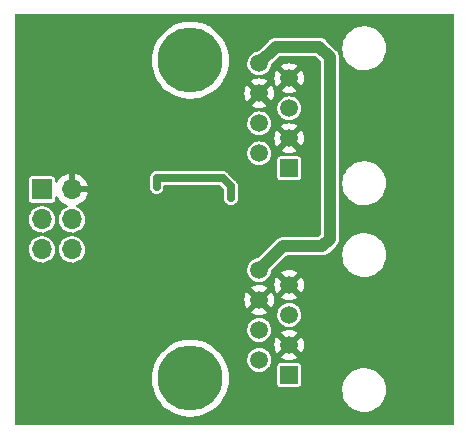
<source format=gbl>
G04 #@! TF.GenerationSoftware,KiCad,Pcbnew,6.0.10-86aedd382b~118~ubuntu18.04.1*
G04 #@! TF.CreationDate,2025-04-04T15:15:07-06:00*
G04 #@! TF.ProjectId,mss-xcade-can,6d73732d-7863-4616-9465-2d63616e2e6b,rev?*
G04 #@! TF.SameCoordinates,Original*
G04 #@! TF.FileFunction,Copper,L2,Bot*
G04 #@! TF.FilePolarity,Positive*
%FSLAX46Y46*%
G04 Gerber Fmt 4.6, Leading zero omitted, Abs format (unit mm)*
G04 Created by KiCad (PCBNEW 6.0.10-86aedd382b~118~ubuntu18.04.1) date 2025-04-04 15:15:07*
%MOMM*%
%LPD*%
G01*
G04 APERTURE LIST*
G04 #@! TA.AperFunction,ComponentPad*
%ADD10R,1.500000X1.500000*%
G04 #@! TD*
G04 #@! TA.AperFunction,ComponentPad*
%ADD11C,1.500000*%
G04 #@! TD*
G04 #@! TA.AperFunction,ComponentPad*
%ADD12R,1.700000X1.700000*%
G04 #@! TD*
G04 #@! TA.AperFunction,ComponentPad*
%ADD13O,1.700000X1.700000*%
G04 #@! TD*
G04 #@! TA.AperFunction,ComponentPad*
%ADD14C,5.500000*%
G04 #@! TD*
G04 #@! TA.AperFunction,ViaPad*
%ADD15C,0.609600*%
G04 #@! TD*
G04 #@! TA.AperFunction,Conductor*
%ADD16C,1.016000*%
G04 #@! TD*
G04 #@! TA.AperFunction,Conductor*
%ADD17C,0.635000*%
G04 #@! TD*
G04 APERTURE END LIST*
D10*
X99802000Y-127762000D03*
D11*
X97262000Y-126492000D03*
X99802000Y-125222000D03*
X97262000Y-123952000D03*
X99802000Y-122682000D03*
X97262000Y-121412000D03*
X99802000Y-120142000D03*
X97262000Y-118872000D03*
D12*
X78862000Y-129555000D03*
D13*
X81402000Y-129555000D03*
X78862000Y-132095000D03*
X81402000Y-132095000D03*
X78862000Y-134635000D03*
X81402000Y-134635000D03*
D14*
X91440000Y-145542000D03*
D10*
X99802000Y-145252500D03*
D11*
X97262000Y-143982500D03*
X99802000Y-142712500D03*
X97262000Y-141442500D03*
X99802000Y-140172500D03*
X97262000Y-138902500D03*
X99802000Y-137632500D03*
X97262000Y-136362500D03*
D14*
X91440000Y-118618000D03*
D15*
X88519000Y-125476000D03*
X87376000Y-138557000D03*
X81915000Y-147701000D03*
X88585000Y-137348000D03*
X80899000Y-147701000D03*
X90551000Y-125476000D03*
X88900000Y-134366000D03*
X88585000Y-128585000D03*
X94869000Y-129413000D03*
X88585000Y-129352000D03*
X94869000Y-130302000D03*
D16*
X102362000Y-117475000D02*
X103251000Y-118364000D01*
X98659000Y-117475000D02*
X102362000Y-117475000D01*
X103251000Y-133731000D02*
X102616000Y-134366000D01*
X97262000Y-118872000D02*
X98659000Y-117475000D01*
X99258500Y-134366000D02*
X97262000Y-136362500D01*
X103251000Y-118364000D02*
X103251000Y-133731000D01*
X102616000Y-134366000D02*
X99258500Y-134366000D01*
D17*
X94869000Y-129413000D02*
X94869000Y-130302000D01*
X94168000Y-128585000D02*
X94869000Y-129286000D01*
X88585000Y-128585000D02*
X94168000Y-128585000D01*
X88585000Y-128585000D02*
X88585000Y-129352000D01*
X94869000Y-129286000D02*
X94869000Y-129413000D01*
G04 #@! TA.AperFunction,Conductor*
G36*
X113734121Y-114701002D02*
G01*
X113780614Y-114754658D01*
X113792000Y-114807000D01*
X113792000Y-149353000D01*
X113771998Y-149421121D01*
X113718342Y-149467614D01*
X113666000Y-149479000D01*
X76707000Y-149479000D01*
X76638879Y-149458998D01*
X76592386Y-149405342D01*
X76581000Y-149353000D01*
X76581000Y-145530609D01*
X88176734Y-145530609D01*
X88194591Y-145883106D01*
X88195128Y-145886461D01*
X88195129Y-145886467D01*
X88227670Y-146089626D01*
X88250412Y-146231613D01*
X88343546Y-146572053D01*
X88472903Y-146900443D01*
X88474486Y-146903458D01*
X88635384Y-147209926D01*
X88635389Y-147209934D01*
X88636968Y-147212942D01*
X88638862Y-147215760D01*
X88638867Y-147215769D01*
X88721832Y-147339233D01*
X88833824Y-147505895D01*
X89061167Y-147775873D01*
X89063627Y-147778224D01*
X89063630Y-147778227D01*
X89313875Y-148017366D01*
X89313882Y-148017372D01*
X89316338Y-148019719D01*
X89596351Y-148234581D01*
X89624484Y-148251686D01*
X89895017Y-148416173D01*
X89895022Y-148416176D01*
X89897932Y-148417945D01*
X89901020Y-148419391D01*
X89901019Y-148419391D01*
X90214468Y-148566222D01*
X90214478Y-148566226D01*
X90217552Y-148567666D01*
X90220770Y-148568768D01*
X90220773Y-148568769D01*
X90548241Y-148680887D01*
X90548245Y-148680888D01*
X90551472Y-148681993D01*
X90554802Y-148682743D01*
X90554811Y-148682746D01*
X90798164Y-148737587D01*
X90895786Y-148759587D01*
X90899171Y-148759973D01*
X90899179Y-148759974D01*
X91243083Y-148799157D01*
X91243091Y-148799157D01*
X91246466Y-148799542D01*
X91249870Y-148799560D01*
X91249873Y-148799560D01*
X91441627Y-148800564D01*
X91599411Y-148801390D01*
X91602797Y-148801040D01*
X91602799Y-148801040D01*
X91947098Y-148765461D01*
X91947107Y-148765460D01*
X91950490Y-148765110D01*
X91953823Y-148764396D01*
X91953826Y-148764395D01*
X92123692Y-148727979D01*
X92295598Y-148691125D01*
X92630697Y-148580301D01*
X92951867Y-148433936D01*
X93132428Y-148326727D01*
X93252407Y-148255489D01*
X93252412Y-148255486D01*
X93255352Y-148253740D01*
X93269802Y-148242891D01*
X93534867Y-148043874D01*
X93537600Y-148041822D01*
X93795310Y-147800661D01*
X94025468Y-147533078D01*
X94225380Y-147242203D01*
X94226992Y-147239209D01*
X94226997Y-147239201D01*
X94391087Y-146934452D01*
X94392709Y-146931440D01*
X94525498Y-146604422D01*
X94533816Y-146575223D01*
X94536817Y-146564686D01*
X104293018Y-146564686D01*
X104318579Y-146832600D01*
X104319664Y-146837034D01*
X104319665Y-146837040D01*
X104343502Y-146934452D01*
X104382547Y-147094018D01*
X104483583Y-147343463D01*
X104619569Y-147575710D01*
X104787658Y-147785895D01*
X104984327Y-147969613D01*
X105205457Y-148123016D01*
X105446416Y-148242891D01*
X105450750Y-148244312D01*
X105450753Y-148244313D01*
X105697823Y-148325307D01*
X105697829Y-148325308D01*
X105702156Y-148326727D01*
X105706647Y-148327507D01*
X105706648Y-148327507D01*
X105963538Y-148372111D01*
X105963546Y-148372112D01*
X105967319Y-148372767D01*
X105971156Y-148372958D01*
X106050777Y-148376922D01*
X106050785Y-148376922D01*
X106052348Y-148377000D01*
X106220374Y-148377000D01*
X106222642Y-148376835D01*
X106222654Y-148376835D01*
X106353457Y-148367344D01*
X106420425Y-148362485D01*
X106424880Y-148361501D01*
X106424883Y-148361501D01*
X106678770Y-148305447D01*
X106678772Y-148305446D01*
X106683226Y-148304463D01*
X106934900Y-148209113D01*
X107170172Y-148078431D01*
X107316842Y-147966496D01*
X107380491Y-147917921D01*
X107380495Y-147917917D01*
X107384116Y-147915154D01*
X107572249Y-147722703D01*
X107679242Y-147575710D01*
X107727942Y-147508804D01*
X107727947Y-147508797D01*
X107730630Y-147505110D01*
X107855941Y-147266933D01*
X107945557Y-147013162D01*
X107970688Y-146885656D01*
X107996720Y-146753583D01*
X107996721Y-146753577D01*
X107997601Y-146749111D01*
X108004967Y-146601144D01*
X108010755Y-146484883D01*
X108010755Y-146484877D01*
X108010982Y-146480314D01*
X107985421Y-146212400D01*
X107978958Y-146185984D01*
X107922539Y-145955420D01*
X107921453Y-145950982D01*
X107820417Y-145701537D01*
X107684431Y-145469290D01*
X107516342Y-145259105D01*
X107319673Y-145075387D01*
X107098543Y-144921984D01*
X106857584Y-144802109D01*
X106853250Y-144800688D01*
X106853247Y-144800687D01*
X106606177Y-144719693D01*
X106606171Y-144719692D01*
X106601844Y-144718273D01*
X106595918Y-144717244D01*
X106340462Y-144672889D01*
X106340454Y-144672888D01*
X106336681Y-144672233D01*
X106326718Y-144671737D01*
X106253223Y-144668078D01*
X106253215Y-144668078D01*
X106251652Y-144668000D01*
X106083626Y-144668000D01*
X106081358Y-144668165D01*
X106081346Y-144668165D01*
X105950543Y-144677656D01*
X105883575Y-144682515D01*
X105879120Y-144683499D01*
X105879117Y-144683499D01*
X105625230Y-144739553D01*
X105625228Y-144739554D01*
X105620774Y-144740537D01*
X105369100Y-144835887D01*
X105365114Y-144838101D01*
X105365112Y-144838102D01*
X105245692Y-144904434D01*
X105133828Y-144966569D01*
X105083057Y-145005316D01*
X104923509Y-145127079D01*
X104923505Y-145127083D01*
X104919884Y-145129846D01*
X104731751Y-145322297D01*
X104729066Y-145325986D01*
X104576058Y-145536196D01*
X104576053Y-145536203D01*
X104573370Y-145539890D01*
X104448059Y-145778067D01*
X104358443Y-146031838D01*
X104342620Y-146112120D01*
X104311846Y-146268254D01*
X104306399Y-146295889D01*
X104306172Y-146300442D01*
X104306172Y-146300445D01*
X104296991Y-146484883D01*
X104293018Y-146564686D01*
X94536817Y-146564686D01*
X94621257Y-146268254D01*
X94622191Y-146264976D01*
X94681659Y-145917073D01*
X94683945Y-145879711D01*
X94703096Y-145566580D01*
X94703206Y-145564782D01*
X94703244Y-145553997D01*
X94703280Y-145543819D01*
X94703280Y-145543806D01*
X94703286Y-145542000D01*
X94684199Y-145189567D01*
X94627161Y-144841257D01*
X94532839Y-144501145D01*
X94529849Y-144493630D01*
X94403597Y-144176372D01*
X94402338Y-144173208D01*
X94297300Y-143974826D01*
X94293901Y-143968407D01*
X96252738Y-143968407D01*
X96269222Y-144164709D01*
X96293106Y-144248000D01*
X96311493Y-144312123D01*
X96323521Y-144354070D01*
X96326336Y-144359547D01*
X96390101Y-144483620D01*
X96413566Y-144529279D01*
X96417389Y-144534103D01*
X96417392Y-144534107D01*
X96445045Y-144568996D01*
X96535927Y-144683660D01*
X96540620Y-144687654D01*
X96540621Y-144687655D01*
X96673434Y-144800687D01*
X96685945Y-144811335D01*
X96691323Y-144814341D01*
X96691325Y-144814342D01*
X96733839Y-144838102D01*
X96857904Y-144907440D01*
X97045255Y-144968314D01*
X97240862Y-144991639D01*
X97246997Y-144991167D01*
X97246999Y-144991167D01*
X97306801Y-144986565D01*
X97437274Y-144976526D01*
X97627009Y-144923550D01*
X97634132Y-144919952D01*
X97797341Y-144837510D01*
X97797343Y-144837509D01*
X97802842Y-144834731D01*
X97958074Y-144713450D01*
X97962100Y-144708786D01*
X97962103Y-144708783D01*
X98082764Y-144568996D01*
X98082765Y-144568994D01*
X98086793Y-144564328D01*
X98136156Y-144477433D01*
X98797500Y-144477433D01*
X98797501Y-146027566D01*
X98812266Y-146101801D01*
X98868516Y-146185984D01*
X98952699Y-146242234D01*
X99026933Y-146257000D01*
X99801874Y-146257000D01*
X100577066Y-146256999D01*
X100612818Y-146249888D01*
X100639126Y-146244656D01*
X100639128Y-146244655D01*
X100651301Y-146242234D01*
X100661621Y-146235339D01*
X100661622Y-146235338D01*
X100725168Y-146192877D01*
X100735484Y-146185984D01*
X100791734Y-146101801D01*
X100806500Y-146027567D01*
X100806499Y-144477434D01*
X100791734Y-144403199D01*
X100735484Y-144319016D01*
X100651301Y-144262766D01*
X100577067Y-144248000D01*
X99802126Y-144248000D01*
X99026934Y-144248001D01*
X98991182Y-144255112D01*
X98964874Y-144260344D01*
X98964872Y-144260345D01*
X98952699Y-144262766D01*
X98942379Y-144269661D01*
X98942378Y-144269662D01*
X98881985Y-144310016D01*
X98868516Y-144319016D01*
X98812266Y-144403199D01*
X98797500Y-144477433D01*
X98136156Y-144477433D01*
X98184096Y-144393044D01*
X98246277Y-144206122D01*
X98270966Y-144010683D01*
X98271360Y-143982500D01*
X98252137Y-143786448D01*
X98244955Y-143762661D01*
X99116393Y-143762661D01*
X99125687Y-143774675D01*
X99166088Y-143802964D01*
X99175584Y-143808447D01*
X99365113Y-143896826D01*
X99375405Y-143900572D01*
X99577401Y-143954696D01*
X99588196Y-143956599D01*
X99796525Y-143974826D01*
X99807475Y-143974826D01*
X100015804Y-143956599D01*
X100026599Y-143954696D01*
X100228595Y-143900572D01*
X100238887Y-143896826D01*
X100428416Y-143808447D01*
X100437912Y-143802964D01*
X100479148Y-143774090D01*
X100487523Y-143763612D01*
X100480457Y-143750168D01*
X99814811Y-143084521D01*
X99800868Y-143076908D01*
X99799034Y-143077039D01*
X99792420Y-143081290D01*
X99122820Y-143750891D01*
X99116393Y-143762661D01*
X98244955Y-143762661D01*
X98195200Y-143597863D01*
X98179864Y-143569020D01*
X98105611Y-143429371D01*
X98105609Y-143429368D01*
X98102717Y-143423929D01*
X97978212Y-143271270D01*
X97912893Y-143217234D01*
X97831177Y-143149632D01*
X97831174Y-143149630D01*
X97826427Y-143145703D01*
X97653143Y-143052008D01*
X97464960Y-142993756D01*
X97458835Y-142993112D01*
X97458834Y-142993112D01*
X97275176Y-142973809D01*
X97275174Y-142973809D01*
X97269047Y-142973165D01*
X97187018Y-142980630D01*
X97079004Y-142990460D01*
X97079001Y-142990461D01*
X97072865Y-142991019D01*
X97066959Y-142992757D01*
X97066955Y-142992758D01*
X96926775Y-143034016D01*
X96883887Y-143046638D01*
X96878427Y-143049492D01*
X96878428Y-143049492D01*
X96714772Y-143135049D01*
X96714768Y-143135052D01*
X96709312Y-143137904D01*
X96555788Y-143261340D01*
X96429163Y-143412245D01*
X96334262Y-143584871D01*
X96332398Y-143590746D01*
X96332397Y-143590749D01*
X96328269Y-143603763D01*
X96274697Y-143772642D01*
X96271296Y-143802964D01*
X96254063Y-143956599D01*
X96252738Y-143968407D01*
X94293901Y-143968407D01*
X94238777Y-143864295D01*
X94238775Y-143864292D01*
X94237182Y-143861283D01*
X94230579Y-143851530D01*
X94041211Y-143571834D01*
X94041204Y-143571825D01*
X94039305Y-143569020D01*
X94037109Y-143566430D01*
X94037104Y-143566424D01*
X93916259Y-143423929D01*
X93811021Y-143299837D01*
X93555001Y-143056883D01*
X93552294Y-143054821D01*
X93552286Y-143054814D01*
X93383591Y-142926304D01*
X93274239Y-142843000D01*
X93066984Y-142717975D01*
X98539674Y-142717975D01*
X98557901Y-142926304D01*
X98559804Y-142937099D01*
X98613928Y-143139095D01*
X98617674Y-143149387D01*
X98706054Y-143338917D01*
X98711534Y-143348407D01*
X98740411Y-143389649D01*
X98750887Y-143398023D01*
X98764334Y-143390955D01*
X99429979Y-142725311D01*
X99436356Y-142713632D01*
X100166408Y-142713632D01*
X100166539Y-142715466D01*
X100170790Y-142722080D01*
X100840391Y-143391680D01*
X100852161Y-143398107D01*
X100864176Y-143388811D01*
X100892466Y-143348407D01*
X100897946Y-143338917D01*
X100986326Y-143149387D01*
X100990072Y-143139095D01*
X101044196Y-142937099D01*
X101046099Y-142926304D01*
X101064326Y-142717975D01*
X101064326Y-142707025D01*
X101046099Y-142498696D01*
X101044196Y-142487901D01*
X100990072Y-142285905D01*
X100986326Y-142275613D01*
X100897946Y-142086083D01*
X100892466Y-142076593D01*
X100863589Y-142035351D01*
X100853113Y-142026977D01*
X100839666Y-142034045D01*
X100174021Y-142699689D01*
X100166408Y-142713632D01*
X99436356Y-142713632D01*
X99437592Y-142711368D01*
X99437461Y-142709534D01*
X99433210Y-142702920D01*
X98763609Y-142033320D01*
X98751839Y-142026893D01*
X98739824Y-142036189D01*
X98711534Y-142076593D01*
X98706054Y-142086083D01*
X98617674Y-142275613D01*
X98613928Y-142285905D01*
X98559804Y-142487901D01*
X98557901Y-142498696D01*
X98539674Y-142707025D01*
X98539674Y-142717975D01*
X93066984Y-142717975D01*
X92974941Y-142662451D01*
X92974940Y-142662450D01*
X92972020Y-142660689D01*
X92968930Y-142659255D01*
X92968925Y-142659252D01*
X92811950Y-142586387D01*
X92651879Y-142512085D01*
X92648654Y-142510993D01*
X92648648Y-142510991D01*
X92320798Y-142400020D01*
X92320793Y-142400018D01*
X92317562Y-142398925D01*
X92303832Y-142395881D01*
X92175542Y-142367440D01*
X91972979Y-142322533D01*
X91848353Y-142308774D01*
X91625543Y-142284175D01*
X91625538Y-142284175D01*
X91622162Y-142283802D01*
X91618763Y-142283796D01*
X91618762Y-142283796D01*
X91452289Y-142283506D01*
X91269213Y-142283186D01*
X91138206Y-142297187D01*
X90921646Y-142320330D01*
X90921640Y-142320331D01*
X90918262Y-142320692D01*
X90573414Y-142395881D01*
X90238704Y-142507873D01*
X89918047Y-142655359D01*
X89915113Y-142657115D01*
X89915111Y-142657116D01*
X89827527Y-142709534D01*
X89615194Y-142836613D01*
X89333687Y-143049515D01*
X89076820Y-143291574D01*
X89074608Y-143294164D01*
X89074607Y-143294165D01*
X88973757Y-143412245D01*
X88847598Y-143559959D01*
X88845670Y-143562786D01*
X88845668Y-143562788D01*
X88825453Y-143592422D01*
X88648702Y-143851530D01*
X88482458Y-144162876D01*
X88481183Y-144166048D01*
X88481181Y-144166052D01*
X88356008Y-144477433D01*
X88350813Y-144490355D01*
X88349894Y-144493623D01*
X88349892Y-144493630D01*
X88256225Y-144826858D01*
X88255304Y-144830136D01*
X88254743Y-144833489D01*
X88254742Y-144833493D01*
X88232844Y-144964351D01*
X88197051Y-145178245D01*
X88176734Y-145530609D01*
X76581000Y-145530609D01*
X76581000Y-141428407D01*
X96252738Y-141428407D01*
X96253254Y-141434551D01*
X96261116Y-141528174D01*
X96269222Y-141624709D01*
X96323521Y-141814070D01*
X96413566Y-141989279D01*
X96417389Y-141994103D01*
X96417392Y-141994107D01*
X96449047Y-142034045D01*
X96535927Y-142143660D01*
X96540620Y-142147654D01*
X96540621Y-142147655D01*
X96565447Y-142168783D01*
X96685945Y-142271335D01*
X96691323Y-142274341D01*
X96691325Y-142274342D01*
X96823051Y-142347961D01*
X96857904Y-142367440D01*
X97045255Y-142428314D01*
X97240862Y-142451639D01*
X97246997Y-142451167D01*
X97246999Y-142451167D01*
X97306801Y-142446565D01*
X97437274Y-142436526D01*
X97627009Y-142383550D01*
X97632513Y-142380770D01*
X97797341Y-142297510D01*
X97797343Y-142297509D01*
X97802842Y-142294731D01*
X97958074Y-142173450D01*
X97962100Y-142168786D01*
X97962103Y-142168783D01*
X98082764Y-142028996D01*
X98082765Y-142028994D01*
X98086793Y-142024328D01*
X98184096Y-141853044D01*
X98246277Y-141666122D01*
X98246875Y-141661387D01*
X99116477Y-141661387D01*
X99123545Y-141674834D01*
X99789189Y-142340479D01*
X99803132Y-142348092D01*
X99804966Y-142347961D01*
X99811580Y-142343710D01*
X100481180Y-141674109D01*
X100487607Y-141662339D01*
X100478313Y-141650325D01*
X100437912Y-141622036D01*
X100428416Y-141616553D01*
X100238887Y-141528174D01*
X100228595Y-141524428D01*
X100026599Y-141470304D01*
X100015804Y-141468401D01*
X99807475Y-141450174D01*
X99796525Y-141450174D01*
X99588196Y-141468401D01*
X99577401Y-141470304D01*
X99375405Y-141524428D01*
X99365113Y-141528174D01*
X99175583Y-141616554D01*
X99166093Y-141622034D01*
X99124851Y-141650911D01*
X99116477Y-141661387D01*
X98246875Y-141661387D01*
X98270966Y-141470683D01*
X98271360Y-141442500D01*
X98252137Y-141246448D01*
X98195200Y-141057863D01*
X98102717Y-140883929D01*
X97978212Y-140731270D01*
X97912894Y-140677234D01*
X97831177Y-140609632D01*
X97831174Y-140609630D01*
X97826427Y-140605703D01*
X97653143Y-140512008D01*
X97464960Y-140453756D01*
X97458835Y-140453112D01*
X97458834Y-140453112D01*
X97275176Y-140433809D01*
X97275174Y-140433809D01*
X97269047Y-140433165D01*
X97187018Y-140440630D01*
X97079004Y-140450460D01*
X97079001Y-140450461D01*
X97072865Y-140451019D01*
X97066959Y-140452757D01*
X97066955Y-140452758D01*
X96926775Y-140494016D01*
X96883887Y-140506638D01*
X96878427Y-140509492D01*
X96878428Y-140509492D01*
X96714772Y-140595049D01*
X96714768Y-140595052D01*
X96709312Y-140597904D01*
X96555788Y-140721340D01*
X96429163Y-140872245D01*
X96422740Y-140883929D01*
X96347420Y-141020937D01*
X96334262Y-141044871D01*
X96332398Y-141050746D01*
X96332397Y-141050749D01*
X96298879Y-141156410D01*
X96274697Y-141232642D01*
X96252738Y-141428407D01*
X76581000Y-141428407D01*
X76581000Y-139952661D01*
X96576393Y-139952661D01*
X96585687Y-139964675D01*
X96626088Y-139992964D01*
X96635584Y-139998447D01*
X96825113Y-140086826D01*
X96835405Y-140090572D01*
X97037401Y-140144696D01*
X97048196Y-140146599D01*
X97256525Y-140164826D01*
X97267475Y-140164826D01*
X97340842Y-140158407D01*
X98792738Y-140158407D01*
X98809222Y-140354709D01*
X98831904Y-140433809D01*
X98852289Y-140504899D01*
X98863521Y-140544070D01*
X98953566Y-140719279D01*
X98957389Y-140724103D01*
X98957392Y-140724107D01*
X98985045Y-140758996D01*
X99075927Y-140873660D01*
X99080620Y-140877654D01*
X99080621Y-140877655D01*
X99105447Y-140898783D01*
X99225945Y-141001335D01*
X99231323Y-141004341D01*
X99231325Y-141004342D01*
X99327090Y-141057863D01*
X99397904Y-141097440D01*
X99585255Y-141158314D01*
X99780862Y-141181639D01*
X99786997Y-141181167D01*
X99786999Y-141181167D01*
X99846801Y-141176565D01*
X99977274Y-141166526D01*
X100167009Y-141113550D01*
X100172513Y-141110770D01*
X100337341Y-141027510D01*
X100337343Y-141027509D01*
X100342842Y-141024731D01*
X100498074Y-140903450D01*
X100502100Y-140898786D01*
X100502103Y-140898783D01*
X100622764Y-140758996D01*
X100622765Y-140758994D01*
X100626793Y-140754328D01*
X100724096Y-140583044D01*
X100786277Y-140396122D01*
X100810966Y-140200683D01*
X100811360Y-140172500D01*
X100792137Y-139976448D01*
X100735200Y-139787863D01*
X100642717Y-139613929D01*
X100518212Y-139461270D01*
X100452893Y-139407234D01*
X100371177Y-139339632D01*
X100371174Y-139339630D01*
X100366427Y-139335703D01*
X100193143Y-139242008D01*
X100004960Y-139183756D01*
X99998835Y-139183112D01*
X99998834Y-139183112D01*
X99815176Y-139163809D01*
X99815174Y-139163809D01*
X99809047Y-139163165D01*
X99727018Y-139170630D01*
X99619004Y-139180460D01*
X99619001Y-139180461D01*
X99612865Y-139181019D01*
X99606959Y-139182757D01*
X99606955Y-139182758D01*
X99466775Y-139224016D01*
X99423887Y-139236638D01*
X99418427Y-139239492D01*
X99418428Y-139239492D01*
X99254772Y-139325049D01*
X99254768Y-139325052D01*
X99249312Y-139327904D01*
X99095788Y-139451340D01*
X98969163Y-139602245D01*
X98874262Y-139774871D01*
X98872398Y-139780746D01*
X98872397Y-139780749D01*
X98868269Y-139793763D01*
X98814697Y-139962642D01*
X98811296Y-139992964D01*
X98794063Y-140146599D01*
X98792738Y-140158407D01*
X97340842Y-140158407D01*
X97475804Y-140146599D01*
X97486599Y-140144696D01*
X97688595Y-140090572D01*
X97698887Y-140086826D01*
X97888416Y-139998447D01*
X97897912Y-139992964D01*
X97939148Y-139964090D01*
X97947523Y-139953612D01*
X97940457Y-139940168D01*
X97274811Y-139274521D01*
X97260868Y-139266908D01*
X97259034Y-139267039D01*
X97252420Y-139271290D01*
X96582820Y-139940891D01*
X96576393Y-139952661D01*
X76581000Y-139952661D01*
X76581000Y-138907975D01*
X95999674Y-138907975D01*
X96017901Y-139116304D01*
X96019804Y-139127099D01*
X96073928Y-139329095D01*
X96077674Y-139339387D01*
X96166054Y-139528917D01*
X96171534Y-139538407D01*
X96200411Y-139579649D01*
X96210887Y-139588023D01*
X96224334Y-139580955D01*
X96889979Y-138915311D01*
X96896356Y-138903632D01*
X97626408Y-138903632D01*
X97626539Y-138905466D01*
X97630790Y-138912080D01*
X98300391Y-139581680D01*
X98312161Y-139588107D01*
X98324176Y-139578811D01*
X98352466Y-139538407D01*
X98357946Y-139528917D01*
X98446326Y-139339387D01*
X98450072Y-139329095D01*
X98504196Y-139127099D01*
X98506099Y-139116304D01*
X98524326Y-138907975D01*
X98524326Y-138897025D01*
X98506099Y-138688696D01*
X98505035Y-138682661D01*
X99116393Y-138682661D01*
X99125687Y-138694675D01*
X99166088Y-138722964D01*
X99175584Y-138728447D01*
X99365113Y-138816826D01*
X99375405Y-138820572D01*
X99577401Y-138874696D01*
X99588196Y-138876599D01*
X99796525Y-138894826D01*
X99807475Y-138894826D01*
X100015804Y-138876599D01*
X100026599Y-138874696D01*
X100228595Y-138820572D01*
X100238887Y-138816826D01*
X100428416Y-138728447D01*
X100437912Y-138722964D01*
X100479148Y-138694090D01*
X100487523Y-138683612D01*
X100480457Y-138670168D01*
X99814811Y-138004521D01*
X99800868Y-137996908D01*
X99799034Y-137997039D01*
X99792420Y-138001290D01*
X99122820Y-138670891D01*
X99116393Y-138682661D01*
X98505035Y-138682661D01*
X98504196Y-138677901D01*
X98450072Y-138475905D01*
X98446326Y-138465613D01*
X98357946Y-138276083D01*
X98352466Y-138266593D01*
X98323589Y-138225351D01*
X98313113Y-138216977D01*
X98299666Y-138224045D01*
X97634021Y-138889689D01*
X97626408Y-138903632D01*
X96896356Y-138903632D01*
X96897592Y-138901368D01*
X96897461Y-138899534D01*
X96893210Y-138892920D01*
X96223609Y-138223320D01*
X96211839Y-138216893D01*
X96199824Y-138226189D01*
X96171534Y-138266593D01*
X96166054Y-138276083D01*
X96077674Y-138465613D01*
X96073928Y-138475905D01*
X96019804Y-138677901D01*
X96017901Y-138688696D01*
X95999674Y-138897025D01*
X95999674Y-138907975D01*
X76581000Y-138907975D01*
X76581000Y-137851387D01*
X96576477Y-137851387D01*
X96583545Y-137864834D01*
X97249189Y-138530479D01*
X97263132Y-138538092D01*
X97264966Y-138537961D01*
X97271580Y-138533710D01*
X97941180Y-137864109D01*
X97947607Y-137852339D01*
X97938313Y-137840325D01*
X97897912Y-137812036D01*
X97888416Y-137806553D01*
X97698887Y-137718174D01*
X97688595Y-137714428D01*
X97486599Y-137660304D01*
X97475804Y-137658401D01*
X97267475Y-137640174D01*
X97256525Y-137640174D01*
X97048196Y-137658401D01*
X97037401Y-137660304D01*
X96835405Y-137714428D01*
X96825113Y-137718174D01*
X96635583Y-137806554D01*
X96626093Y-137812034D01*
X96584851Y-137840911D01*
X96576477Y-137851387D01*
X76581000Y-137851387D01*
X76581000Y-137637975D01*
X98539674Y-137637975D01*
X98557901Y-137846304D01*
X98559804Y-137857099D01*
X98613928Y-138059095D01*
X98617674Y-138069387D01*
X98706054Y-138258917D01*
X98711534Y-138268407D01*
X98740411Y-138309649D01*
X98750887Y-138318023D01*
X98764334Y-138310955D01*
X99429979Y-137645311D01*
X99436356Y-137633632D01*
X100166408Y-137633632D01*
X100166539Y-137635466D01*
X100170790Y-137642080D01*
X100840391Y-138311680D01*
X100852161Y-138318107D01*
X100864176Y-138308811D01*
X100892466Y-138268407D01*
X100897946Y-138258917D01*
X100986326Y-138069387D01*
X100990072Y-138059095D01*
X101044196Y-137857099D01*
X101046099Y-137846304D01*
X101064326Y-137637975D01*
X101064326Y-137627025D01*
X101046099Y-137418696D01*
X101044196Y-137407901D01*
X100990072Y-137205905D01*
X100986326Y-137195613D01*
X100897946Y-137006083D01*
X100892466Y-136996593D01*
X100863589Y-136955351D01*
X100853113Y-136946977D01*
X100839666Y-136954045D01*
X100174021Y-137619689D01*
X100166408Y-137633632D01*
X99436356Y-137633632D01*
X99437592Y-137631368D01*
X99437461Y-137629534D01*
X99433210Y-137622920D01*
X98763609Y-136953320D01*
X98751839Y-136946893D01*
X98739824Y-136956189D01*
X98711534Y-136996593D01*
X98706054Y-137006083D01*
X98617674Y-137195613D01*
X98613928Y-137205905D01*
X98559804Y-137407901D01*
X98557901Y-137418696D01*
X98539674Y-137627025D01*
X98539674Y-137637975D01*
X76581000Y-137637975D01*
X76581000Y-136348407D01*
X96252738Y-136348407D01*
X96253254Y-136354551D01*
X96263841Y-136480625D01*
X96269222Y-136544709D01*
X96323521Y-136734070D01*
X96413566Y-136909279D01*
X96417389Y-136914103D01*
X96417392Y-136914107D01*
X96449047Y-136954045D01*
X96535927Y-137063660D01*
X96540620Y-137067654D01*
X96540621Y-137067655D01*
X96565447Y-137088783D01*
X96685945Y-137191335D01*
X96691323Y-137194341D01*
X96691325Y-137194342D01*
X96823051Y-137267961D01*
X96857904Y-137287440D01*
X97045255Y-137348314D01*
X97240862Y-137371639D01*
X97246997Y-137371167D01*
X97246999Y-137371167D01*
X97306801Y-137366565D01*
X97437274Y-137356526D01*
X97627009Y-137303550D01*
X97632513Y-137300770D01*
X97797341Y-137217510D01*
X97797343Y-137217509D01*
X97802842Y-137214731D01*
X97958074Y-137093450D01*
X97962100Y-137088786D01*
X97962103Y-137088783D01*
X98082764Y-136948996D01*
X98082765Y-136948994D01*
X98086793Y-136944328D01*
X98184096Y-136773044D01*
X98246277Y-136586122D01*
X98246875Y-136581387D01*
X99116477Y-136581387D01*
X99123545Y-136594834D01*
X99789189Y-137260479D01*
X99803132Y-137268092D01*
X99804966Y-137267961D01*
X99811580Y-137263710D01*
X100481180Y-136594109D01*
X100487607Y-136582339D01*
X100478313Y-136570325D01*
X100437912Y-136542036D01*
X100428416Y-136536553D01*
X100238887Y-136448174D01*
X100228595Y-136444428D01*
X100026599Y-136390304D01*
X100015804Y-136388401D01*
X99807475Y-136370174D01*
X99796525Y-136370174D01*
X99588196Y-136388401D01*
X99577401Y-136390304D01*
X99375405Y-136444428D01*
X99365113Y-136448174D01*
X99175583Y-136536554D01*
X99166093Y-136542034D01*
X99124851Y-136570911D01*
X99116477Y-136581387D01*
X98246875Y-136581387D01*
X98247049Y-136580013D01*
X98247051Y-136580003D01*
X98259605Y-136480625D01*
X98287986Y-136415549D01*
X98295516Y-136407322D01*
X99537433Y-135165405D01*
X99593689Y-135134686D01*
X104293018Y-135134686D01*
X104318579Y-135402600D01*
X104319664Y-135407034D01*
X104319665Y-135407040D01*
X104369283Y-135609812D01*
X104382547Y-135664018D01*
X104483583Y-135913463D01*
X104619569Y-136145710D01*
X104787658Y-136355895D01*
X104984327Y-136539613D01*
X105205457Y-136693016D01*
X105446416Y-136812891D01*
X105450750Y-136814312D01*
X105450753Y-136814313D01*
X105697823Y-136895307D01*
X105697829Y-136895308D01*
X105702156Y-136896727D01*
X105706647Y-136897507D01*
X105706648Y-136897507D01*
X105963538Y-136942111D01*
X105963546Y-136942112D01*
X105967319Y-136942767D01*
X105971156Y-136942958D01*
X106050777Y-136946922D01*
X106050785Y-136946922D01*
X106052348Y-136947000D01*
X106220374Y-136947000D01*
X106222642Y-136946835D01*
X106222654Y-136946835D01*
X106353457Y-136937344D01*
X106420425Y-136932485D01*
X106424880Y-136931501D01*
X106424883Y-136931501D01*
X106678770Y-136875447D01*
X106678772Y-136875446D01*
X106683226Y-136874463D01*
X106934900Y-136779113D01*
X106945827Y-136773044D01*
X107166179Y-136650649D01*
X107166180Y-136650648D01*
X107170172Y-136648431D01*
X107259834Y-136580003D01*
X107380491Y-136487921D01*
X107380495Y-136487917D01*
X107384116Y-136485154D01*
X107388544Y-136480625D01*
X107569063Y-136295962D01*
X107572249Y-136292703D01*
X107598149Y-136257121D01*
X107727942Y-136078804D01*
X107727947Y-136078797D01*
X107730630Y-136075110D01*
X107855941Y-135836933D01*
X107936146Y-135609812D01*
X107944034Y-135587475D01*
X107944034Y-135587474D01*
X107945557Y-135583162D01*
X107978719Y-135414913D01*
X107996720Y-135323583D01*
X107996721Y-135323577D01*
X107997601Y-135319111D01*
X107997828Y-135314555D01*
X108010755Y-135054883D01*
X108010755Y-135054877D01*
X108010982Y-135050314D01*
X107985421Y-134782400D01*
X107940845Y-134600229D01*
X107922539Y-134525420D01*
X107921453Y-134520982D01*
X107820417Y-134271537D01*
X107684431Y-134039290D01*
X107547166Y-133867648D01*
X107519194Y-133832671D01*
X107519193Y-133832669D01*
X107516342Y-133829105D01*
X107319673Y-133645387D01*
X107098543Y-133491984D01*
X106857584Y-133372109D01*
X106853250Y-133370688D01*
X106853247Y-133370687D01*
X106606177Y-133289693D01*
X106606171Y-133289692D01*
X106601844Y-133288273D01*
X106597352Y-133287493D01*
X106340462Y-133242889D01*
X106340454Y-133242888D01*
X106336681Y-133242233D01*
X106326718Y-133241737D01*
X106253223Y-133238078D01*
X106253215Y-133238078D01*
X106251652Y-133238000D01*
X106083626Y-133238000D01*
X106081358Y-133238165D01*
X106081346Y-133238165D01*
X105950543Y-133247656D01*
X105883575Y-133252515D01*
X105879120Y-133253499D01*
X105879117Y-133253499D01*
X105625230Y-133309553D01*
X105625228Y-133309554D01*
X105620774Y-133310537D01*
X105369100Y-133405887D01*
X105365114Y-133408101D01*
X105365112Y-133408102D01*
X105137821Y-133534351D01*
X105133828Y-133536569D01*
X105130196Y-133539341D01*
X104923509Y-133697079D01*
X104923505Y-133697083D01*
X104919884Y-133699846D01*
X104916699Y-133703104D01*
X104916698Y-133703105D01*
X104862144Y-133758911D01*
X104731751Y-133892297D01*
X104729066Y-133895986D01*
X104576058Y-134106196D01*
X104576053Y-134106203D01*
X104573370Y-134109890D01*
X104448059Y-134348067D01*
X104358443Y-134601838D01*
X104352635Y-134631305D01*
X104318843Y-134802755D01*
X104306399Y-134865889D01*
X104306172Y-134870442D01*
X104306172Y-134870445D01*
X104293255Y-135129933D01*
X104293018Y-135134686D01*
X99593689Y-135134686D01*
X99599745Y-135131379D01*
X99626528Y-135128500D01*
X102548624Y-135128500D01*
X102567574Y-135129933D01*
X102581973Y-135132124D01*
X102581979Y-135132124D01*
X102589208Y-135133224D01*
X102596500Y-135132631D01*
X102596503Y-135132631D01*
X102642183Y-135128915D01*
X102652398Y-135128500D01*
X102660525Y-135128500D01*
X102664161Y-135128076D01*
X102664163Y-135128076D01*
X102667615Y-135127673D01*
X102688924Y-135125189D01*
X102693244Y-135124762D01*
X102766426Y-135118809D01*
X102773388Y-135116553D01*
X102779376Y-135115357D01*
X102785333Y-135113949D01*
X102792607Y-135113101D01*
X102799489Y-135110603D01*
X102799493Y-135110602D01*
X102861607Y-135088055D01*
X102865711Y-135086645D01*
X102935575Y-135064013D01*
X102941838Y-135060213D01*
X102947380Y-135057675D01*
X102952856Y-135054933D01*
X102959741Y-135052434D01*
X103021132Y-135012185D01*
X103024800Y-135009870D01*
X103087581Y-134971773D01*
X103091786Y-134968059D01*
X103091789Y-134968057D01*
X103096005Y-134964333D01*
X103096031Y-134964362D01*
X103098962Y-134961762D01*
X103102316Y-134958958D01*
X103108435Y-134954946D01*
X103161989Y-134898413D01*
X103164366Y-134895972D01*
X103742528Y-134317810D01*
X103756941Y-134305423D01*
X103768665Y-134296795D01*
X103774564Y-134292454D01*
X103808979Y-134251945D01*
X103815909Y-134244429D01*
X103821653Y-134238685D01*
X103823927Y-134235811D01*
X103823933Y-134235804D01*
X103839372Y-134216289D01*
X103842163Y-134212885D01*
X103884945Y-134162528D01*
X103884948Y-134162524D01*
X103889684Y-134156949D01*
X103893012Y-134150432D01*
X103896389Y-134145368D01*
X103899616Y-134140144D01*
X103904160Y-134134400D01*
X103935242Y-134067896D01*
X103937147Y-134063999D01*
X103970543Y-133998596D01*
X103972284Y-133991482D01*
X103974416Y-133985748D01*
X103976344Y-133979952D01*
X103979444Y-133973320D01*
X103994395Y-133901440D01*
X103995365Y-133897156D01*
X103996554Y-133892297D01*
X104012804Y-133825888D01*
X104013500Y-133814670D01*
X104013537Y-133814672D01*
X104013773Y-133810773D01*
X104014163Y-133806402D01*
X104015652Y-133799243D01*
X104013546Y-133721423D01*
X104013500Y-133718014D01*
X104013500Y-129074186D01*
X104293018Y-129074186D01*
X104318579Y-129342100D01*
X104319664Y-129346534D01*
X104319665Y-129346540D01*
X104331175Y-129393578D01*
X104382547Y-129603518D01*
X104483583Y-129852963D01*
X104619569Y-130085210D01*
X104666436Y-130143814D01*
X104753101Y-130252183D01*
X104787658Y-130295395D01*
X104984327Y-130479113D01*
X105205457Y-130632516D01*
X105446416Y-130752391D01*
X105450750Y-130753812D01*
X105450753Y-130753813D01*
X105697823Y-130834807D01*
X105697829Y-130834808D01*
X105702156Y-130836227D01*
X105706647Y-130837007D01*
X105706648Y-130837007D01*
X105963538Y-130881611D01*
X105963546Y-130881612D01*
X105967319Y-130882267D01*
X105971156Y-130882458D01*
X106050777Y-130886422D01*
X106050785Y-130886422D01*
X106052348Y-130886500D01*
X106220374Y-130886500D01*
X106222642Y-130886335D01*
X106222654Y-130886335D01*
X106353457Y-130876844D01*
X106420425Y-130871985D01*
X106424880Y-130871001D01*
X106424883Y-130871001D01*
X106678770Y-130814947D01*
X106678772Y-130814946D01*
X106683226Y-130813963D01*
X106934900Y-130718613D01*
X106950488Y-130709955D01*
X107166179Y-130590149D01*
X107166180Y-130590148D01*
X107170172Y-130587931D01*
X107220943Y-130549184D01*
X107380491Y-130427421D01*
X107380495Y-130427417D01*
X107384116Y-130424654D01*
X107572249Y-130232203D01*
X107622472Y-130163204D01*
X107727942Y-130018304D01*
X107727947Y-130018297D01*
X107730630Y-130014610D01*
X107855941Y-129776433D01*
X107945557Y-129522662D01*
X107972617Y-129385370D01*
X107996720Y-129263083D01*
X107996721Y-129263077D01*
X107997601Y-129258611D01*
X108001664Y-129177002D01*
X108010755Y-128994383D01*
X108010755Y-128994377D01*
X108010982Y-128989814D01*
X107985421Y-128721900D01*
X107978958Y-128695484D01*
X107922539Y-128464920D01*
X107921453Y-128460482D01*
X107820417Y-128211037D01*
X107684431Y-127978790D01*
X107516342Y-127768605D01*
X107319673Y-127584887D01*
X107098543Y-127431484D01*
X106857584Y-127311609D01*
X106853250Y-127310188D01*
X106853247Y-127310187D01*
X106606177Y-127229193D01*
X106606171Y-127229192D01*
X106601844Y-127227773D01*
X106595918Y-127226744D01*
X106340462Y-127182389D01*
X106340454Y-127182388D01*
X106336681Y-127181733D01*
X106326718Y-127181237D01*
X106253223Y-127177578D01*
X106253215Y-127177578D01*
X106251652Y-127177500D01*
X106083626Y-127177500D01*
X106081358Y-127177665D01*
X106081346Y-127177665D01*
X105950543Y-127187156D01*
X105883575Y-127192015D01*
X105879120Y-127192999D01*
X105879117Y-127192999D01*
X105625230Y-127249053D01*
X105625228Y-127249054D01*
X105620774Y-127250037D01*
X105369100Y-127345387D01*
X105133828Y-127476069D01*
X105083057Y-127514816D01*
X104923509Y-127636579D01*
X104923505Y-127636583D01*
X104919884Y-127639346D01*
X104731751Y-127831797D01*
X104729066Y-127835486D01*
X104576058Y-128045696D01*
X104576053Y-128045703D01*
X104573370Y-128049390D01*
X104448059Y-128287567D01*
X104358443Y-128541338D01*
X104344062Y-128614304D01*
X104322855Y-128721900D01*
X104306399Y-128805389D01*
X104306172Y-128809942D01*
X104306172Y-128809945D01*
X104296991Y-128994383D01*
X104293018Y-129074186D01*
X104013500Y-129074186D01*
X104013500Y-118431376D01*
X104014933Y-118412426D01*
X104017124Y-118398027D01*
X104017124Y-118398021D01*
X104018224Y-118390792D01*
X104013915Y-118337817D01*
X104013500Y-118327602D01*
X104013500Y-118319475D01*
X104010189Y-118291076D01*
X104009760Y-118286736D01*
X104007765Y-118262203D01*
X104003809Y-118213574D01*
X104001553Y-118206612D01*
X104000357Y-118200624D01*
X103998949Y-118194667D01*
X103998101Y-118187393D01*
X103995603Y-118180511D01*
X103995602Y-118180507D01*
X103973055Y-118118393D01*
X103971645Y-118114289D01*
X103949013Y-118044425D01*
X103945213Y-118038162D01*
X103942675Y-118032620D01*
X103939933Y-118027144D01*
X103937434Y-118020259D01*
X103897185Y-117958868D01*
X103894870Y-117955200D01*
X103856773Y-117892419D01*
X103849333Y-117883995D01*
X103849362Y-117883969D01*
X103846762Y-117881038D01*
X103843958Y-117877684D01*
X103839946Y-117871565D01*
X103783413Y-117818011D01*
X103780972Y-117815634D01*
X103609524Y-117644186D01*
X104293018Y-117644186D01*
X104318579Y-117912100D01*
X104319664Y-117916534D01*
X104319665Y-117916540D01*
X104345045Y-118020259D01*
X104382547Y-118173518D01*
X104483583Y-118422963D01*
X104485892Y-118426906D01*
X104612381Y-118642933D01*
X104619569Y-118655210D01*
X104787658Y-118865395D01*
X104984327Y-119049113D01*
X105205457Y-119202516D01*
X105446416Y-119322391D01*
X105450750Y-119323812D01*
X105450753Y-119323813D01*
X105697823Y-119404807D01*
X105697829Y-119404808D01*
X105702156Y-119406227D01*
X105706647Y-119407007D01*
X105706648Y-119407007D01*
X105963538Y-119451611D01*
X105963546Y-119451612D01*
X105967319Y-119452267D01*
X105971156Y-119452458D01*
X106050777Y-119456422D01*
X106050785Y-119456422D01*
X106052348Y-119456500D01*
X106220374Y-119456500D01*
X106222642Y-119456335D01*
X106222654Y-119456335D01*
X106353457Y-119446844D01*
X106420425Y-119441985D01*
X106424880Y-119441001D01*
X106424883Y-119441001D01*
X106678770Y-119384947D01*
X106678772Y-119384946D01*
X106683226Y-119383963D01*
X106934900Y-119288613D01*
X106945827Y-119282544D01*
X107166179Y-119160149D01*
X107166180Y-119160148D01*
X107170172Y-119157931D01*
X107259834Y-119089503D01*
X107380491Y-118997421D01*
X107380495Y-118997417D01*
X107384116Y-118994654D01*
X107388544Y-118990125D01*
X107569063Y-118805462D01*
X107572249Y-118802203D01*
X107661316Y-118679838D01*
X107727942Y-118588304D01*
X107727947Y-118588297D01*
X107730630Y-118584610D01*
X107855941Y-118346433D01*
X107945557Y-118092662D01*
X107971928Y-117958868D01*
X107996720Y-117833083D01*
X107996721Y-117833077D01*
X107997601Y-117828611D01*
X108006782Y-117644186D01*
X108010755Y-117564383D01*
X108010755Y-117564377D01*
X108010982Y-117559814D01*
X107985421Y-117291900D01*
X107974975Y-117249208D01*
X107922539Y-117034920D01*
X107921453Y-117030482D01*
X107820417Y-116781037D01*
X107684431Y-116548790D01*
X107516342Y-116338605D01*
X107319673Y-116154887D01*
X107098543Y-116001484D01*
X106857584Y-115881609D01*
X106853250Y-115880188D01*
X106853247Y-115880187D01*
X106606177Y-115799193D01*
X106606171Y-115799192D01*
X106601844Y-115797773D01*
X106597352Y-115796993D01*
X106340462Y-115752389D01*
X106340454Y-115752388D01*
X106336681Y-115751733D01*
X106326718Y-115751237D01*
X106253223Y-115747578D01*
X106253215Y-115747578D01*
X106251652Y-115747500D01*
X106083626Y-115747500D01*
X106081358Y-115747665D01*
X106081346Y-115747665D01*
X105950543Y-115757156D01*
X105883575Y-115762015D01*
X105879120Y-115762999D01*
X105879117Y-115762999D01*
X105625230Y-115819053D01*
X105625228Y-115819054D01*
X105620774Y-115820037D01*
X105369100Y-115915387D01*
X105365114Y-115917601D01*
X105365112Y-115917602D01*
X105217754Y-115999452D01*
X105133828Y-116046069D01*
X105130196Y-116048841D01*
X104923509Y-116206579D01*
X104923505Y-116206583D01*
X104919884Y-116209346D01*
X104731751Y-116401797D01*
X104729066Y-116405486D01*
X104576058Y-116615696D01*
X104576053Y-116615703D01*
X104573370Y-116619390D01*
X104448059Y-116857567D01*
X104358443Y-117111338D01*
X104357560Y-117115820D01*
X104322855Y-117291900D01*
X104306399Y-117375389D01*
X104306172Y-117379942D01*
X104306172Y-117379945D01*
X104296893Y-117566355D01*
X104293018Y-117644186D01*
X103609524Y-117644186D01*
X102948810Y-116983472D01*
X102936423Y-116969059D01*
X102927795Y-116957335D01*
X102923454Y-116951436D01*
X102882945Y-116917021D01*
X102875429Y-116910091D01*
X102869685Y-116904347D01*
X102866811Y-116902073D01*
X102866804Y-116902067D01*
X102847289Y-116886628D01*
X102843885Y-116883837D01*
X102793528Y-116841055D01*
X102793524Y-116841052D01*
X102787949Y-116836316D01*
X102781432Y-116832988D01*
X102776368Y-116829611D01*
X102771144Y-116826384D01*
X102765400Y-116821840D01*
X102739109Y-116809552D01*
X102698918Y-116790768D01*
X102694967Y-116788837D01*
X102636117Y-116758787D01*
X102629596Y-116755457D01*
X102622481Y-116753716D01*
X102616735Y-116751579D01*
X102610952Y-116749655D01*
X102604321Y-116746556D01*
X102532443Y-116731606D01*
X102528171Y-116730639D01*
X102456888Y-116713196D01*
X102451289Y-116712849D01*
X102451285Y-116712848D01*
X102445670Y-116712500D01*
X102445672Y-116712461D01*
X102441771Y-116712228D01*
X102437412Y-116711839D01*
X102430244Y-116710348D01*
X102422927Y-116710546D01*
X102352423Y-116712454D01*
X102349014Y-116712500D01*
X98726368Y-116712500D01*
X98707420Y-116711067D01*
X98700033Y-116709943D01*
X98693024Y-116708877D01*
X98693022Y-116708877D01*
X98685792Y-116707777D01*
X98678500Y-116708370D01*
X98678497Y-116708370D01*
X98632825Y-116712085D01*
X98622611Y-116712500D01*
X98614475Y-116712500D01*
X98610840Y-116712924D01*
X98610837Y-116712924D01*
X98597065Y-116714530D01*
X98586084Y-116715810D01*
X98581713Y-116716243D01*
X98570701Y-116717138D01*
X98515872Y-116721597D01*
X98515869Y-116721598D01*
X98508573Y-116722191D01*
X98501611Y-116724446D01*
X98495607Y-116725646D01*
X98489660Y-116727052D01*
X98482393Y-116727899D01*
X98430995Y-116746556D01*
X98413388Y-116752947D01*
X98409227Y-116754375D01*
X98346387Y-116774732D01*
X98346382Y-116774734D01*
X98339425Y-116776988D01*
X98333173Y-116780782D01*
X98327598Y-116783334D01*
X98322135Y-116786070D01*
X98315259Y-116788566D01*
X98309140Y-116792578D01*
X98253863Y-116828819D01*
X98250159Y-116831156D01*
X98187419Y-116869228D01*
X98178994Y-116876668D01*
X98178969Y-116876640D01*
X98176044Y-116879234D01*
X98172690Y-116882039D01*
X98166565Y-116886054D01*
X98161530Y-116891369D01*
X98161529Y-116891370D01*
X98113012Y-116942586D01*
X98110634Y-116945028D01*
X97217635Y-117838027D01*
X97155323Y-117872053D01*
X97139960Y-117874413D01*
X97125205Y-117875756D01*
X97079005Y-117879960D01*
X97079003Y-117879960D01*
X97072865Y-117880519D01*
X97066959Y-117882257D01*
X97066955Y-117882258D01*
X96948039Y-117917257D01*
X96883887Y-117936138D01*
X96878427Y-117938992D01*
X96878428Y-117938992D01*
X96714772Y-118024549D01*
X96714768Y-118024552D01*
X96709312Y-118027404D01*
X96704512Y-118031264D01*
X96704511Y-118031264D01*
X96702460Y-118032913D01*
X96555788Y-118150840D01*
X96429163Y-118301745D01*
X96426195Y-118307144D01*
X96362524Y-118422963D01*
X96334262Y-118474371D01*
X96274697Y-118662142D01*
X96252738Y-118857907D01*
X96253254Y-118864051D01*
X96263841Y-118990125D01*
X96269222Y-119054209D01*
X96323521Y-119243570D01*
X96413566Y-119418779D01*
X96417389Y-119423603D01*
X96417392Y-119423607D01*
X96449047Y-119463545D01*
X96535927Y-119573160D01*
X96540620Y-119577154D01*
X96540621Y-119577155D01*
X96565447Y-119598283D01*
X96685945Y-119700835D01*
X96691323Y-119703841D01*
X96691325Y-119703842D01*
X96823051Y-119777461D01*
X96857904Y-119796940D01*
X97045255Y-119857814D01*
X97240862Y-119881139D01*
X97246997Y-119880667D01*
X97246999Y-119880667D01*
X97306801Y-119876065D01*
X97437274Y-119866026D01*
X97627009Y-119813050D01*
X97632513Y-119810270D01*
X97797341Y-119727010D01*
X97797343Y-119727009D01*
X97802842Y-119724231D01*
X97958074Y-119602950D01*
X97962100Y-119598286D01*
X97962103Y-119598283D01*
X98082764Y-119458496D01*
X98082765Y-119458494D01*
X98086793Y-119453828D01*
X98184096Y-119282544D01*
X98246277Y-119095622D01*
X98246875Y-119090887D01*
X99116477Y-119090887D01*
X99123545Y-119104334D01*
X99789189Y-119769979D01*
X99803132Y-119777592D01*
X99804966Y-119777461D01*
X99811580Y-119773210D01*
X100481180Y-119103609D01*
X100487607Y-119091839D01*
X100478313Y-119079825D01*
X100437912Y-119051536D01*
X100428416Y-119046053D01*
X100238887Y-118957674D01*
X100228595Y-118953928D01*
X100026599Y-118899804D01*
X100015804Y-118897901D01*
X99807475Y-118879674D01*
X99796525Y-118879674D01*
X99588196Y-118897901D01*
X99577401Y-118899804D01*
X99375405Y-118953928D01*
X99365113Y-118957674D01*
X99175583Y-119046054D01*
X99166093Y-119051534D01*
X99124851Y-119080411D01*
X99116477Y-119090887D01*
X98246875Y-119090887D01*
X98247049Y-119089513D01*
X98247051Y-119089503D01*
X98259605Y-118990125D01*
X98287986Y-118925049D01*
X98295516Y-118916822D01*
X98937933Y-118274405D01*
X99000245Y-118240379D01*
X99027028Y-118237500D01*
X101993972Y-118237500D01*
X102062093Y-118257502D01*
X102083067Y-118274405D01*
X102451595Y-118642933D01*
X102485621Y-118705245D01*
X102488500Y-118732028D01*
X102488500Y-133362972D01*
X102468498Y-133431093D01*
X102451595Y-133452067D01*
X102337067Y-133566595D01*
X102274755Y-133600621D01*
X102247972Y-133603500D01*
X99325868Y-133603500D01*
X99306920Y-133602067D01*
X99299533Y-133600943D01*
X99292524Y-133599877D01*
X99292522Y-133599877D01*
X99285292Y-133598777D01*
X99278000Y-133599370D01*
X99277997Y-133599370D01*
X99232325Y-133603085D01*
X99222111Y-133603500D01*
X99213975Y-133603500D01*
X99210340Y-133603924D01*
X99210337Y-133603924D01*
X99192335Y-133606023D01*
X99185584Y-133606810D01*
X99181213Y-133607243D01*
X99170201Y-133608138D01*
X99115372Y-133612597D01*
X99115369Y-133612598D01*
X99108073Y-133613191D01*
X99101111Y-133615446D01*
X99095107Y-133616646D01*
X99089160Y-133618052D01*
X99081893Y-133618899D01*
X99016092Y-133642784D01*
X99012888Y-133643947D01*
X99008727Y-133645375D01*
X98945887Y-133665732D01*
X98945882Y-133665734D01*
X98938925Y-133667988D01*
X98932673Y-133671782D01*
X98927098Y-133674334D01*
X98921635Y-133677070D01*
X98914759Y-133679566D01*
X98908640Y-133683578D01*
X98853363Y-133719819D01*
X98849659Y-133722156D01*
X98786919Y-133760228D01*
X98778494Y-133767668D01*
X98778469Y-133767640D01*
X98775544Y-133770234D01*
X98772190Y-133773039D01*
X98766065Y-133777054D01*
X98761030Y-133782369D01*
X98761029Y-133782370D01*
X98712512Y-133833586D01*
X98710134Y-133836028D01*
X97217635Y-135328527D01*
X97155323Y-135362553D01*
X97139960Y-135364913D01*
X97125205Y-135366256D01*
X97079005Y-135370460D01*
X97079003Y-135370460D01*
X97072865Y-135371019D01*
X97066959Y-135372757D01*
X97066955Y-135372758D01*
X96926775Y-135414016D01*
X96883887Y-135426638D01*
X96878427Y-135429492D01*
X96878428Y-135429492D01*
X96714772Y-135515049D01*
X96714768Y-135515052D01*
X96709312Y-135517904D01*
X96704512Y-135521764D01*
X96704511Y-135521764D01*
X96595001Y-135609812D01*
X96555788Y-135641340D01*
X96429163Y-135792245D01*
X96426195Y-135797644D01*
X96362524Y-135913463D01*
X96334262Y-135964871D01*
X96274697Y-136152642D01*
X96252738Y-136348407D01*
X76581000Y-136348407D01*
X76581000Y-134605964D01*
X77753148Y-134605964D01*
X77766424Y-134808522D01*
X77767845Y-134814118D01*
X77767846Y-134814123D01*
X77814971Y-134999674D01*
X77816392Y-135005269D01*
X77818809Y-135010512D01*
X77853898Y-135086625D01*
X77901377Y-135189616D01*
X77904710Y-135194332D01*
X77989675Y-135314555D01*
X78018533Y-135355389D01*
X78163938Y-135497035D01*
X78168742Y-135500245D01*
X78200947Y-135521764D01*
X78332720Y-135609812D01*
X78338023Y-135612090D01*
X78338026Y-135612092D01*
X78426707Y-135650192D01*
X78519228Y-135689942D01*
X78592244Y-135706464D01*
X78711579Y-135733467D01*
X78711584Y-135733468D01*
X78717216Y-135734742D01*
X78722987Y-135734969D01*
X78722989Y-135734969D01*
X78782756Y-135737317D01*
X78920053Y-135742712D01*
X79020499Y-135728148D01*
X79115231Y-135714413D01*
X79115236Y-135714412D01*
X79120945Y-135713584D01*
X79126409Y-135711729D01*
X79126414Y-135711728D01*
X79307693Y-135650192D01*
X79307698Y-135650190D01*
X79313165Y-135648334D01*
X79490276Y-135549147D01*
X79523201Y-135521764D01*
X79641913Y-135423031D01*
X79646345Y-135419345D01*
X79686538Y-135371019D01*
X79772453Y-135267718D01*
X79772455Y-135267715D01*
X79776147Y-135263276D01*
X79856720Y-135119402D01*
X79872510Y-135091208D01*
X79872511Y-135091206D01*
X79875334Y-135086165D01*
X79877190Y-135080698D01*
X79877192Y-135080693D01*
X79938728Y-134899414D01*
X79938729Y-134899409D01*
X79940584Y-134893945D01*
X79941412Y-134888236D01*
X79941413Y-134888231D01*
X79969179Y-134696727D01*
X79969712Y-134693053D01*
X79971232Y-134635000D01*
X79968564Y-134605964D01*
X80293148Y-134605964D01*
X80306424Y-134808522D01*
X80307845Y-134814118D01*
X80307846Y-134814123D01*
X80354971Y-134999674D01*
X80356392Y-135005269D01*
X80358809Y-135010512D01*
X80393898Y-135086625D01*
X80441377Y-135189616D01*
X80444710Y-135194332D01*
X80529675Y-135314555D01*
X80558533Y-135355389D01*
X80703938Y-135497035D01*
X80708742Y-135500245D01*
X80740947Y-135521764D01*
X80872720Y-135609812D01*
X80878023Y-135612090D01*
X80878026Y-135612092D01*
X80966707Y-135650192D01*
X81059228Y-135689942D01*
X81132244Y-135706464D01*
X81251579Y-135733467D01*
X81251584Y-135733468D01*
X81257216Y-135734742D01*
X81262987Y-135734969D01*
X81262989Y-135734969D01*
X81322756Y-135737317D01*
X81460053Y-135742712D01*
X81560499Y-135728148D01*
X81655231Y-135714413D01*
X81655236Y-135714412D01*
X81660945Y-135713584D01*
X81666409Y-135711729D01*
X81666414Y-135711728D01*
X81847693Y-135650192D01*
X81847698Y-135650190D01*
X81853165Y-135648334D01*
X82030276Y-135549147D01*
X82063201Y-135521764D01*
X82181913Y-135423031D01*
X82186345Y-135419345D01*
X82226538Y-135371019D01*
X82312453Y-135267718D01*
X82312455Y-135267715D01*
X82316147Y-135263276D01*
X82396720Y-135119402D01*
X82412510Y-135091208D01*
X82412511Y-135091206D01*
X82415334Y-135086165D01*
X82417190Y-135080698D01*
X82417192Y-135080693D01*
X82478728Y-134899414D01*
X82478729Y-134899409D01*
X82480584Y-134893945D01*
X82481412Y-134888236D01*
X82481413Y-134888231D01*
X82509179Y-134696727D01*
X82509712Y-134693053D01*
X82511232Y-134635000D01*
X82492658Y-134432859D01*
X82491090Y-134427299D01*
X82439125Y-134243046D01*
X82439124Y-134243044D01*
X82437557Y-134237487D01*
X82427104Y-134216289D01*
X82350331Y-134060609D01*
X82347776Y-134055428D01*
X82226320Y-133892779D01*
X82077258Y-133754987D01*
X82072375Y-133751906D01*
X82072371Y-133751903D01*
X81910464Y-133649748D01*
X81905581Y-133646667D01*
X81717039Y-133571446D01*
X81711379Y-133570320D01*
X81711375Y-133570319D01*
X81523613Y-133532971D01*
X81523610Y-133532971D01*
X81517946Y-133531844D01*
X81512171Y-133531768D01*
X81512167Y-133531768D01*
X81410793Y-133530441D01*
X81314971Y-133529187D01*
X81309274Y-133530166D01*
X81309273Y-133530166D01*
X81120607Y-133562585D01*
X81114910Y-133563564D01*
X80924463Y-133633824D01*
X80919502Y-133636776D01*
X80919501Y-133636776D01*
X80907448Y-133643947D01*
X80750010Y-133737612D01*
X80745670Y-133741418D01*
X80745666Y-133741421D01*
X80601733Y-133867648D01*
X80597392Y-133871455D01*
X80471720Y-134030869D01*
X80469031Y-134035980D01*
X80469029Y-134035983D01*
X80452231Y-134067911D01*
X80377203Y-134210515D01*
X80317007Y-134404378D01*
X80293148Y-134605964D01*
X79968564Y-134605964D01*
X79952658Y-134432859D01*
X79951090Y-134427299D01*
X79899125Y-134243046D01*
X79899124Y-134243044D01*
X79897557Y-134237487D01*
X79887104Y-134216289D01*
X79810331Y-134060609D01*
X79807776Y-134055428D01*
X79686320Y-133892779D01*
X79537258Y-133754987D01*
X79532375Y-133751906D01*
X79532371Y-133751903D01*
X79370464Y-133649748D01*
X79365581Y-133646667D01*
X79177039Y-133571446D01*
X79171379Y-133570320D01*
X79171375Y-133570319D01*
X78983613Y-133532971D01*
X78983610Y-133532971D01*
X78977946Y-133531844D01*
X78972171Y-133531768D01*
X78972167Y-133531768D01*
X78870793Y-133530441D01*
X78774971Y-133529187D01*
X78769274Y-133530166D01*
X78769273Y-133530166D01*
X78580607Y-133562585D01*
X78574910Y-133563564D01*
X78384463Y-133633824D01*
X78379502Y-133636776D01*
X78379501Y-133636776D01*
X78367448Y-133643947D01*
X78210010Y-133737612D01*
X78205670Y-133741418D01*
X78205666Y-133741421D01*
X78061733Y-133867648D01*
X78057392Y-133871455D01*
X77931720Y-134030869D01*
X77929031Y-134035980D01*
X77929029Y-134035983D01*
X77912231Y-134067911D01*
X77837203Y-134210515D01*
X77777007Y-134404378D01*
X77753148Y-134605964D01*
X76581000Y-134605964D01*
X76581000Y-132065964D01*
X77753148Y-132065964D01*
X77766424Y-132268522D01*
X77767845Y-132274118D01*
X77767846Y-132274123D01*
X77788119Y-132353945D01*
X77816392Y-132465269D01*
X77818809Y-132470512D01*
X77856010Y-132551208D01*
X77901377Y-132649616D01*
X78018533Y-132815389D01*
X78163938Y-132957035D01*
X78332720Y-133069812D01*
X78338023Y-133072090D01*
X78338026Y-133072092D01*
X78426707Y-133110192D01*
X78519228Y-133149942D01*
X78592244Y-133166464D01*
X78711579Y-133193467D01*
X78711584Y-133193468D01*
X78717216Y-133194742D01*
X78722987Y-133194969D01*
X78722989Y-133194969D01*
X78782756Y-133197317D01*
X78920053Y-133202712D01*
X79020499Y-133188148D01*
X79115231Y-133174413D01*
X79115236Y-133174412D01*
X79120945Y-133173584D01*
X79126409Y-133171729D01*
X79126414Y-133171728D01*
X79307693Y-133110192D01*
X79307698Y-133110190D01*
X79313165Y-133108334D01*
X79490276Y-133009147D01*
X79552934Y-132957035D01*
X79641913Y-132883031D01*
X79646345Y-132879345D01*
X79776147Y-132723276D01*
X79875334Y-132546165D01*
X79877190Y-132540698D01*
X79877192Y-132540693D01*
X79938728Y-132359414D01*
X79938729Y-132359409D01*
X79940584Y-132353945D01*
X79941412Y-132348236D01*
X79941413Y-132348231D01*
X79969179Y-132156727D01*
X79969712Y-132153053D01*
X79971232Y-132095000D01*
X79952658Y-131892859D01*
X79951090Y-131887299D01*
X79899125Y-131703046D01*
X79899124Y-131703044D01*
X79897557Y-131697487D01*
X79886978Y-131676033D01*
X79810331Y-131520609D01*
X79807776Y-131515428D01*
X79686320Y-131352779D01*
X79537258Y-131214987D01*
X79532375Y-131211906D01*
X79532371Y-131211903D01*
X79370464Y-131109748D01*
X79365581Y-131106667D01*
X79177039Y-131031446D01*
X79171379Y-131030320D01*
X79171375Y-131030319D01*
X78983613Y-130992971D01*
X78983610Y-130992971D01*
X78977946Y-130991844D01*
X78972171Y-130991768D01*
X78972167Y-130991768D01*
X78870793Y-130990441D01*
X78774971Y-130989187D01*
X78769274Y-130990166D01*
X78769273Y-130990166D01*
X78580607Y-131022585D01*
X78574910Y-131023564D01*
X78384463Y-131093824D01*
X78210010Y-131197612D01*
X78205670Y-131201418D01*
X78205666Y-131201421D01*
X78185723Y-131218911D01*
X78057392Y-131331455D01*
X77931720Y-131490869D01*
X77929031Y-131495980D01*
X77929029Y-131495983D01*
X77916073Y-131520609D01*
X77837203Y-131670515D01*
X77777007Y-131864378D01*
X77753148Y-132065964D01*
X76581000Y-132065964D01*
X76581000Y-128679933D01*
X77757500Y-128679933D01*
X77757501Y-130430066D01*
X77772266Y-130504301D01*
X77828516Y-130588484D01*
X77912699Y-130644734D01*
X77986933Y-130659500D01*
X78861858Y-130659500D01*
X79737066Y-130659499D01*
X79772818Y-130652388D01*
X79799126Y-130647156D01*
X79799128Y-130647155D01*
X79811301Y-130644734D01*
X79821621Y-130637839D01*
X79821622Y-130637838D01*
X79885168Y-130595377D01*
X79895484Y-130588484D01*
X79951734Y-130504301D01*
X79966500Y-130430067D01*
X79966500Y-130258428D01*
X79986502Y-130190307D01*
X80040158Y-130143814D01*
X80110432Y-130133710D01*
X80175012Y-130163204D01*
X80199933Y-130192593D01*
X80299694Y-130355388D01*
X80305777Y-130363699D01*
X80445213Y-130524667D01*
X80452580Y-130531883D01*
X80616434Y-130667916D01*
X80624881Y-130673831D01*
X80808756Y-130781279D01*
X80818042Y-130785729D01*
X80967124Y-130842657D01*
X81023627Y-130885644D01*
X81047920Y-130952355D01*
X81032290Y-131021610D01*
X80981699Y-131071421D01*
X80965785Y-131078579D01*
X80924463Y-131093824D01*
X80750010Y-131197612D01*
X80745670Y-131201418D01*
X80745666Y-131201421D01*
X80725723Y-131218911D01*
X80597392Y-131331455D01*
X80471720Y-131490869D01*
X80469031Y-131495980D01*
X80469029Y-131495983D01*
X80456073Y-131520609D01*
X80377203Y-131670515D01*
X80317007Y-131864378D01*
X80293148Y-132065964D01*
X80306424Y-132268522D01*
X80307845Y-132274118D01*
X80307846Y-132274123D01*
X80328119Y-132353945D01*
X80356392Y-132465269D01*
X80358809Y-132470512D01*
X80396010Y-132551208D01*
X80441377Y-132649616D01*
X80558533Y-132815389D01*
X80703938Y-132957035D01*
X80872720Y-133069812D01*
X80878023Y-133072090D01*
X80878026Y-133072092D01*
X80966707Y-133110192D01*
X81059228Y-133149942D01*
X81132244Y-133166464D01*
X81251579Y-133193467D01*
X81251584Y-133193468D01*
X81257216Y-133194742D01*
X81262987Y-133194969D01*
X81262989Y-133194969D01*
X81322756Y-133197317D01*
X81460053Y-133202712D01*
X81560499Y-133188148D01*
X81655231Y-133174413D01*
X81655236Y-133174412D01*
X81660945Y-133173584D01*
X81666409Y-133171729D01*
X81666414Y-133171728D01*
X81847693Y-133110192D01*
X81847698Y-133110190D01*
X81853165Y-133108334D01*
X82030276Y-133009147D01*
X82092934Y-132957035D01*
X82181913Y-132883031D01*
X82186345Y-132879345D01*
X82316147Y-132723276D01*
X82415334Y-132546165D01*
X82417190Y-132540698D01*
X82417192Y-132540693D01*
X82478728Y-132359414D01*
X82478729Y-132359409D01*
X82480584Y-132353945D01*
X82481412Y-132348236D01*
X82481413Y-132348231D01*
X82509179Y-132156727D01*
X82509712Y-132153053D01*
X82511232Y-132095000D01*
X82492658Y-131892859D01*
X82491090Y-131887299D01*
X82439125Y-131703046D01*
X82439124Y-131703044D01*
X82437557Y-131697487D01*
X82426978Y-131676033D01*
X82350331Y-131520609D01*
X82347776Y-131515428D01*
X82226320Y-131352779D01*
X82077258Y-131214987D01*
X82072375Y-131211906D01*
X82072371Y-131211903D01*
X81910464Y-131109748D01*
X81905581Y-131106667D01*
X81833614Y-131077955D01*
X81777755Y-131034134D01*
X81754455Y-130967069D01*
X81771111Y-130898054D01*
X81822436Y-130849000D01*
X81844098Y-130840239D01*
X81894252Y-130825192D01*
X81903842Y-130821433D01*
X82095095Y-130727739D01*
X82103945Y-130722464D01*
X82277328Y-130598792D01*
X82285200Y-130592139D01*
X82436052Y-130441812D01*
X82442730Y-130433965D01*
X82567003Y-130261020D01*
X82572313Y-130252183D01*
X82666670Y-130061267D01*
X82670469Y-130051672D01*
X82732377Y-129847910D01*
X82734555Y-129837837D01*
X82735986Y-129826962D01*
X82733775Y-129812778D01*
X82720617Y-129809000D01*
X81274000Y-129809000D01*
X81205879Y-129788998D01*
X81159386Y-129735342D01*
X81148000Y-129683000D01*
X81148000Y-129282885D01*
X81656000Y-129282885D01*
X81660475Y-129298124D01*
X81661865Y-129299329D01*
X81669548Y-129301000D01*
X82720344Y-129301000D01*
X82733875Y-129297027D01*
X82735180Y-129287947D01*
X82693214Y-129120875D01*
X82689894Y-129111124D01*
X82604972Y-128915814D01*
X82600105Y-128906739D01*
X82484426Y-128727926D01*
X82478136Y-128719757D01*
X82355516Y-128585000D01*
X88008064Y-128585000D01*
X88009142Y-128593188D01*
X88011922Y-128614304D01*
X88013000Y-128630751D01*
X88013000Y-129389492D01*
X88027723Y-129501322D01*
X88085359Y-129640468D01*
X88177045Y-129759955D01*
X88296532Y-129851641D01*
X88435678Y-129909277D01*
X88585000Y-129928936D01*
X88734322Y-129909277D01*
X88873468Y-129851641D01*
X88992955Y-129759955D01*
X89084641Y-129640468D01*
X89142277Y-129501322D01*
X89157000Y-129389492D01*
X89157000Y-129283000D01*
X89177002Y-129214879D01*
X89230658Y-129168386D01*
X89283000Y-129157000D01*
X93878880Y-129157000D01*
X93947001Y-129177002D01*
X93967975Y-129193905D01*
X94260095Y-129486025D01*
X94294121Y-129548337D01*
X94297000Y-129575120D01*
X94297000Y-130339492D01*
X94311723Y-130451322D01*
X94369359Y-130590468D01*
X94461045Y-130709955D01*
X94580532Y-130801641D01*
X94719678Y-130859277D01*
X94869000Y-130878936D01*
X95018322Y-130859277D01*
X95157468Y-130801641D01*
X95276955Y-130709955D01*
X95368641Y-130590468D01*
X95426277Y-130451322D01*
X95441000Y-130339492D01*
X95441000Y-129331751D01*
X95442078Y-129315304D01*
X95444858Y-129294188D01*
X95445936Y-129286000D01*
X95426277Y-129136678D01*
X95368641Y-128997532D01*
X95299976Y-128908046D01*
X95299975Y-128908045D01*
X95276955Y-128878045D01*
X95253505Y-128860051D01*
X95241114Y-128849184D01*
X94604816Y-128212886D01*
X94593949Y-128200495D01*
X94580981Y-128183595D01*
X94575955Y-128177045D01*
X94456468Y-128085359D01*
X94317322Y-128027723D01*
X94286625Y-128023682D01*
X94205503Y-128013001D01*
X94205494Y-128013000D01*
X94205491Y-128013000D01*
X94205479Y-128012999D01*
X94176189Y-128009143D01*
X94176188Y-128009143D01*
X94168000Y-128008065D01*
X94159812Y-128009143D01*
X94159811Y-128009143D01*
X94138702Y-128011922D01*
X94122256Y-128013000D01*
X88630751Y-128013000D01*
X88614304Y-128011922D01*
X88593188Y-128009142D01*
X88585000Y-128008064D01*
X88547508Y-128013000D01*
X88435678Y-128027723D01*
X88296532Y-128085359D01*
X88177045Y-128177045D01*
X88085359Y-128296532D01*
X88027723Y-128435678D01*
X88008064Y-128585000D01*
X82355516Y-128585000D01*
X82334806Y-128562240D01*
X82327273Y-128555215D01*
X82160139Y-128423222D01*
X82151552Y-128417517D01*
X81965117Y-128314599D01*
X81955705Y-128310369D01*
X81754959Y-128239280D01*
X81744988Y-128236646D01*
X81673837Y-128223972D01*
X81660540Y-128225432D01*
X81656000Y-128239989D01*
X81656000Y-129282885D01*
X81148000Y-129282885D01*
X81148000Y-128238102D01*
X81144082Y-128224758D01*
X81129806Y-128222771D01*
X81091324Y-128228660D01*
X81081288Y-128231051D01*
X80878868Y-128297212D01*
X80869359Y-128301209D01*
X80680463Y-128399542D01*
X80671738Y-128405036D01*
X80501433Y-128532905D01*
X80493726Y-128539748D01*
X80346590Y-128693717D01*
X80340104Y-128701727D01*
X80220098Y-128877649D01*
X80215000Y-128886623D01*
X80206787Y-128904316D01*
X80159963Y-128957683D01*
X80091720Y-128977264D01*
X80023724Y-128956841D01*
X79977564Y-128902899D01*
X79966499Y-128851266D01*
X79966499Y-128679934D01*
X79951734Y-128605699D01*
X79943375Y-128593188D01*
X79902377Y-128531832D01*
X79895484Y-128521516D01*
X79811301Y-128465266D01*
X79737067Y-128450500D01*
X78862142Y-128450500D01*
X77986934Y-128450501D01*
X77951182Y-128457612D01*
X77924874Y-128462844D01*
X77924872Y-128462845D01*
X77912699Y-128465266D01*
X77902379Y-128472161D01*
X77902378Y-128472162D01*
X77841985Y-128512516D01*
X77828516Y-128521516D01*
X77772266Y-128605699D01*
X77757500Y-128679933D01*
X76581000Y-128679933D01*
X76581000Y-126477907D01*
X96252738Y-126477907D01*
X96269222Y-126674209D01*
X96293106Y-126757500D01*
X96311493Y-126821623D01*
X96323521Y-126863570D01*
X96326336Y-126869047D01*
X96390101Y-126993120D01*
X96413566Y-127038779D01*
X96417389Y-127043603D01*
X96417392Y-127043607D01*
X96445045Y-127078496D01*
X96535927Y-127193160D01*
X96540620Y-127197154D01*
X96540621Y-127197155D01*
X96673434Y-127310187D01*
X96685945Y-127320835D01*
X96691323Y-127323841D01*
X96691325Y-127323842D01*
X96733839Y-127347602D01*
X96857904Y-127416940D01*
X97045255Y-127477814D01*
X97240862Y-127501139D01*
X97246997Y-127500667D01*
X97246999Y-127500667D01*
X97306801Y-127496065D01*
X97437274Y-127486026D01*
X97627009Y-127433050D01*
X97634132Y-127429452D01*
X97797341Y-127347010D01*
X97797343Y-127347009D01*
X97802842Y-127344231D01*
X97958074Y-127222950D01*
X97962100Y-127218286D01*
X97962103Y-127218283D01*
X98082764Y-127078496D01*
X98082765Y-127078494D01*
X98086793Y-127073828D01*
X98136156Y-126986933D01*
X98797500Y-126986933D01*
X98797501Y-128537066D01*
X98812266Y-128611301D01*
X98819161Y-128621620D01*
X98819162Y-128621622D01*
X98825262Y-128630751D01*
X98868516Y-128695484D01*
X98952699Y-128751734D01*
X99026933Y-128766500D01*
X99801874Y-128766500D01*
X100577066Y-128766499D01*
X100612818Y-128759388D01*
X100639126Y-128754156D01*
X100639128Y-128754155D01*
X100651301Y-128751734D01*
X100661621Y-128744839D01*
X100661622Y-128744838D01*
X100725168Y-128702377D01*
X100735484Y-128695484D01*
X100791734Y-128611301D01*
X100806500Y-128537067D01*
X100806499Y-126986934D01*
X100791734Y-126912699D01*
X100735484Y-126828516D01*
X100651301Y-126772266D01*
X100577067Y-126757500D01*
X99802126Y-126757500D01*
X99026934Y-126757501D01*
X98991182Y-126764612D01*
X98964874Y-126769844D01*
X98964872Y-126769845D01*
X98952699Y-126772266D01*
X98942379Y-126779161D01*
X98942378Y-126779162D01*
X98881985Y-126819516D01*
X98868516Y-126828516D01*
X98812266Y-126912699D01*
X98797500Y-126986933D01*
X98136156Y-126986933D01*
X98184096Y-126902544D01*
X98246277Y-126715622D01*
X98270966Y-126520183D01*
X98271360Y-126492000D01*
X98252137Y-126295948D01*
X98244955Y-126272161D01*
X99116393Y-126272161D01*
X99125687Y-126284175D01*
X99166088Y-126312464D01*
X99175584Y-126317947D01*
X99365113Y-126406326D01*
X99375405Y-126410072D01*
X99577401Y-126464196D01*
X99588196Y-126466099D01*
X99796525Y-126484326D01*
X99807475Y-126484326D01*
X100015804Y-126466099D01*
X100026599Y-126464196D01*
X100228595Y-126410072D01*
X100238887Y-126406326D01*
X100428416Y-126317947D01*
X100437912Y-126312464D01*
X100479148Y-126283590D01*
X100487523Y-126273112D01*
X100480457Y-126259668D01*
X99814811Y-125594021D01*
X99800868Y-125586408D01*
X99799034Y-125586539D01*
X99792420Y-125590790D01*
X99122820Y-126260391D01*
X99116393Y-126272161D01*
X98244955Y-126272161D01*
X98195200Y-126107363D01*
X98102717Y-125933429D01*
X97978212Y-125780770D01*
X97912894Y-125726734D01*
X97831177Y-125659132D01*
X97831174Y-125659130D01*
X97826427Y-125655203D01*
X97653143Y-125561508D01*
X97464960Y-125503256D01*
X97458835Y-125502612D01*
X97458834Y-125502612D01*
X97275176Y-125483309D01*
X97275174Y-125483309D01*
X97269047Y-125482665D01*
X97187018Y-125490130D01*
X97079004Y-125499960D01*
X97079001Y-125499961D01*
X97072865Y-125500519D01*
X97066959Y-125502257D01*
X97066955Y-125502258D01*
X96926775Y-125543516D01*
X96883887Y-125556138D01*
X96878427Y-125558992D01*
X96878428Y-125558992D01*
X96714772Y-125644549D01*
X96714768Y-125644552D01*
X96709312Y-125647404D01*
X96555788Y-125770840D01*
X96429163Y-125921745D01*
X96334262Y-126094371D01*
X96332398Y-126100246D01*
X96332397Y-126100249D01*
X96328269Y-126113263D01*
X96274697Y-126282142D01*
X96271296Y-126312464D01*
X96254063Y-126466099D01*
X96252738Y-126477907D01*
X76581000Y-126477907D01*
X76581000Y-125227475D01*
X98539674Y-125227475D01*
X98557901Y-125435804D01*
X98559804Y-125446599D01*
X98613928Y-125648595D01*
X98617674Y-125658887D01*
X98706054Y-125848417D01*
X98711534Y-125857907D01*
X98740411Y-125899149D01*
X98750887Y-125907523D01*
X98764334Y-125900455D01*
X99429979Y-125234811D01*
X99436356Y-125223132D01*
X100166408Y-125223132D01*
X100166539Y-125224966D01*
X100170790Y-125231580D01*
X100840391Y-125901180D01*
X100852161Y-125907607D01*
X100864176Y-125898311D01*
X100892466Y-125857907D01*
X100897946Y-125848417D01*
X100986326Y-125658887D01*
X100990072Y-125648595D01*
X101044196Y-125446599D01*
X101046099Y-125435804D01*
X101064326Y-125227475D01*
X101064326Y-125216525D01*
X101046099Y-125008196D01*
X101044196Y-124997401D01*
X100990072Y-124795405D01*
X100986326Y-124785113D01*
X100897946Y-124595583D01*
X100892466Y-124586093D01*
X100863589Y-124544851D01*
X100853113Y-124536477D01*
X100839666Y-124543545D01*
X100174021Y-125209189D01*
X100166408Y-125223132D01*
X99436356Y-125223132D01*
X99437592Y-125220868D01*
X99437461Y-125219034D01*
X99433210Y-125212420D01*
X98763609Y-124542820D01*
X98751839Y-124536393D01*
X98739824Y-124545689D01*
X98711534Y-124586093D01*
X98706054Y-124595583D01*
X98617674Y-124785113D01*
X98613928Y-124795405D01*
X98559804Y-124997401D01*
X98557901Y-125008196D01*
X98539674Y-125216525D01*
X98539674Y-125227475D01*
X76581000Y-125227475D01*
X76581000Y-123937907D01*
X96252738Y-123937907D01*
X96253254Y-123944051D01*
X96261116Y-124037674D01*
X96269222Y-124134209D01*
X96323521Y-124323570D01*
X96413566Y-124498779D01*
X96417389Y-124503603D01*
X96417392Y-124503607D01*
X96449047Y-124543545D01*
X96535927Y-124653160D01*
X96540620Y-124657154D01*
X96540621Y-124657155D01*
X96565447Y-124678283D01*
X96685945Y-124780835D01*
X96691323Y-124783841D01*
X96691325Y-124783842D01*
X96823051Y-124857461D01*
X96857904Y-124876940D01*
X97045255Y-124937814D01*
X97240862Y-124961139D01*
X97246997Y-124960667D01*
X97246999Y-124960667D01*
X97306801Y-124956065D01*
X97437274Y-124946026D01*
X97627009Y-124893050D01*
X97632513Y-124890270D01*
X97797341Y-124807010D01*
X97797343Y-124807009D01*
X97802842Y-124804231D01*
X97958074Y-124682950D01*
X97962100Y-124678286D01*
X97962103Y-124678283D01*
X98082764Y-124538496D01*
X98082765Y-124538494D01*
X98086793Y-124533828D01*
X98184096Y-124362544D01*
X98246277Y-124175622D01*
X98246875Y-124170887D01*
X99116477Y-124170887D01*
X99123545Y-124184334D01*
X99789189Y-124849979D01*
X99803132Y-124857592D01*
X99804966Y-124857461D01*
X99811580Y-124853210D01*
X100481180Y-124183609D01*
X100487607Y-124171839D01*
X100478313Y-124159825D01*
X100437912Y-124131536D01*
X100428416Y-124126053D01*
X100238887Y-124037674D01*
X100228595Y-124033928D01*
X100026599Y-123979804D01*
X100015804Y-123977901D01*
X99807475Y-123959674D01*
X99796525Y-123959674D01*
X99588196Y-123977901D01*
X99577401Y-123979804D01*
X99375405Y-124033928D01*
X99365113Y-124037674D01*
X99175583Y-124126054D01*
X99166093Y-124131534D01*
X99124851Y-124160411D01*
X99116477Y-124170887D01*
X98246875Y-124170887D01*
X98270966Y-123980183D01*
X98271360Y-123952000D01*
X98252137Y-123755948D01*
X98195200Y-123567363D01*
X98102717Y-123393429D01*
X97978212Y-123240770D01*
X97912894Y-123186734D01*
X97831177Y-123119132D01*
X97831174Y-123119130D01*
X97826427Y-123115203D01*
X97653143Y-123021508D01*
X97464960Y-122963256D01*
X97458835Y-122962612D01*
X97458834Y-122962612D01*
X97275176Y-122943309D01*
X97275174Y-122943309D01*
X97269047Y-122942665D01*
X97187018Y-122950130D01*
X97079004Y-122959960D01*
X97079001Y-122959961D01*
X97072865Y-122960519D01*
X97066959Y-122962257D01*
X97066955Y-122962258D01*
X96926775Y-123003516D01*
X96883887Y-123016138D01*
X96878427Y-123018992D01*
X96878428Y-123018992D01*
X96714772Y-123104549D01*
X96714768Y-123104552D01*
X96709312Y-123107404D01*
X96555788Y-123230840D01*
X96429163Y-123381745D01*
X96422740Y-123393429D01*
X96347420Y-123530437D01*
X96334262Y-123554371D01*
X96332398Y-123560246D01*
X96332397Y-123560249D01*
X96298879Y-123665910D01*
X96274697Y-123742142D01*
X96252738Y-123937907D01*
X76581000Y-123937907D01*
X76581000Y-122462161D01*
X96576393Y-122462161D01*
X96585687Y-122474175D01*
X96626088Y-122502464D01*
X96635584Y-122507947D01*
X96825113Y-122596326D01*
X96835405Y-122600072D01*
X97037401Y-122654196D01*
X97048196Y-122656099D01*
X97256525Y-122674326D01*
X97267475Y-122674326D01*
X97340842Y-122667907D01*
X98792738Y-122667907D01*
X98809222Y-122864209D01*
X98831904Y-122943309D01*
X98852289Y-123014399D01*
X98863521Y-123053570D01*
X98953566Y-123228779D01*
X98957389Y-123233603D01*
X98957392Y-123233607D01*
X98985045Y-123268496D01*
X99075927Y-123383160D01*
X99080620Y-123387154D01*
X99080621Y-123387155D01*
X99105447Y-123408283D01*
X99225945Y-123510835D01*
X99231323Y-123513841D01*
X99231325Y-123513842D01*
X99327090Y-123567363D01*
X99397904Y-123606940D01*
X99585255Y-123667814D01*
X99780862Y-123691139D01*
X99786997Y-123690667D01*
X99786999Y-123690667D01*
X99846801Y-123686065D01*
X99977274Y-123676026D01*
X100167009Y-123623050D01*
X100172513Y-123620270D01*
X100337341Y-123537010D01*
X100337343Y-123537009D01*
X100342842Y-123534231D01*
X100498074Y-123412950D01*
X100502100Y-123408286D01*
X100502103Y-123408283D01*
X100622764Y-123268496D01*
X100622765Y-123268494D01*
X100626793Y-123263828D01*
X100724096Y-123092544D01*
X100786277Y-122905622D01*
X100810966Y-122710183D01*
X100811360Y-122682000D01*
X100792137Y-122485948D01*
X100735200Y-122297363D01*
X100642717Y-122123429D01*
X100518212Y-121970770D01*
X100405313Y-121877372D01*
X100371177Y-121849132D01*
X100371174Y-121849130D01*
X100366427Y-121845203D01*
X100193143Y-121751508D01*
X100004960Y-121693256D01*
X99998835Y-121692612D01*
X99998834Y-121692612D01*
X99815176Y-121673309D01*
X99815174Y-121673309D01*
X99809047Y-121672665D01*
X99727018Y-121680130D01*
X99619004Y-121689960D01*
X99619001Y-121689961D01*
X99612865Y-121690519D01*
X99606959Y-121692257D01*
X99606955Y-121692258D01*
X99466775Y-121733516D01*
X99423887Y-121746138D01*
X99418427Y-121748992D01*
X99418428Y-121748992D01*
X99254772Y-121834549D01*
X99254768Y-121834552D01*
X99249312Y-121837404D01*
X99244512Y-121841264D01*
X99244511Y-121841264D01*
X99199602Y-121877372D01*
X99095788Y-121960840D01*
X98969163Y-122111745D01*
X98874262Y-122284371D01*
X98872398Y-122290246D01*
X98872397Y-122290249D01*
X98868269Y-122303263D01*
X98814697Y-122472142D01*
X98811296Y-122502464D01*
X98794063Y-122656099D01*
X98792738Y-122667907D01*
X97340842Y-122667907D01*
X97475804Y-122656099D01*
X97486599Y-122654196D01*
X97688595Y-122600072D01*
X97698887Y-122596326D01*
X97888416Y-122507947D01*
X97897912Y-122502464D01*
X97939148Y-122473590D01*
X97947523Y-122463112D01*
X97940457Y-122449668D01*
X97274811Y-121784021D01*
X97260868Y-121776408D01*
X97259034Y-121776539D01*
X97252420Y-121780790D01*
X96582820Y-122450391D01*
X96576393Y-122462161D01*
X76581000Y-122462161D01*
X76581000Y-118606609D01*
X88176734Y-118606609D01*
X88176906Y-118610004D01*
X88176906Y-118610005D01*
X88186808Y-118805462D01*
X88194591Y-118959106D01*
X88195128Y-118962461D01*
X88195129Y-118962467D01*
X88217736Y-119103609D01*
X88250412Y-119307613D01*
X88343546Y-119648053D01*
X88472903Y-119976443D01*
X88474486Y-119979458D01*
X88635384Y-120285926D01*
X88635389Y-120285934D01*
X88636968Y-120288942D01*
X88638862Y-120291760D01*
X88638867Y-120291769D01*
X88824887Y-120568595D01*
X88833824Y-120581895D01*
X89061167Y-120851873D01*
X89063627Y-120854224D01*
X89063630Y-120854227D01*
X89313875Y-121093366D01*
X89313882Y-121093372D01*
X89316338Y-121095719D01*
X89596351Y-121310581D01*
X89599269Y-121312355D01*
X89895017Y-121492173D01*
X89895022Y-121492176D01*
X89897932Y-121493945D01*
X89901020Y-121495391D01*
X89901019Y-121495391D01*
X90214468Y-121642222D01*
X90214478Y-121642226D01*
X90217552Y-121643666D01*
X90220770Y-121644768D01*
X90220773Y-121644769D01*
X90548241Y-121756887D01*
X90548245Y-121756888D01*
X90551472Y-121757993D01*
X90554802Y-121758743D01*
X90554811Y-121758746D01*
X90798164Y-121813587D01*
X90895786Y-121835587D01*
X90899171Y-121835973D01*
X90899179Y-121835974D01*
X91243083Y-121875157D01*
X91243091Y-121875157D01*
X91246466Y-121875542D01*
X91249870Y-121875560D01*
X91249873Y-121875560D01*
X91441627Y-121876564D01*
X91599411Y-121877390D01*
X91602797Y-121877040D01*
X91602799Y-121877040D01*
X91947098Y-121841461D01*
X91947107Y-121841460D01*
X91950490Y-121841110D01*
X91953823Y-121840396D01*
X91953826Y-121840395D01*
X92216785Y-121784021D01*
X92295598Y-121767125D01*
X92630697Y-121656301D01*
X92951867Y-121509936D01*
X93107589Y-121417475D01*
X95999674Y-121417475D01*
X96017901Y-121625804D01*
X96019804Y-121636599D01*
X96073928Y-121838595D01*
X96077674Y-121848887D01*
X96166054Y-122038417D01*
X96171534Y-122047907D01*
X96200411Y-122089149D01*
X96210887Y-122097523D01*
X96224334Y-122090455D01*
X96889979Y-121424811D01*
X96896356Y-121413132D01*
X97626408Y-121413132D01*
X97626539Y-121414966D01*
X97630790Y-121421580D01*
X98300391Y-122091180D01*
X98312161Y-122097607D01*
X98324176Y-122088311D01*
X98352466Y-122047907D01*
X98357946Y-122038417D01*
X98446326Y-121848887D01*
X98450072Y-121838595D01*
X98504196Y-121636599D01*
X98506099Y-121625804D01*
X98524326Y-121417475D01*
X98524326Y-121406525D01*
X98506099Y-121198196D01*
X98505035Y-121192161D01*
X99116393Y-121192161D01*
X99125687Y-121204175D01*
X99166088Y-121232464D01*
X99175584Y-121237947D01*
X99365113Y-121326326D01*
X99375405Y-121330072D01*
X99577401Y-121384196D01*
X99588196Y-121386099D01*
X99796525Y-121404326D01*
X99807475Y-121404326D01*
X100015804Y-121386099D01*
X100026599Y-121384196D01*
X100228595Y-121330072D01*
X100238887Y-121326326D01*
X100428416Y-121237947D01*
X100437912Y-121232464D01*
X100479148Y-121203590D01*
X100487523Y-121193112D01*
X100480457Y-121179668D01*
X99814811Y-120514021D01*
X99800868Y-120506408D01*
X99799034Y-120506539D01*
X99792420Y-120510790D01*
X99122820Y-121180391D01*
X99116393Y-121192161D01*
X98505035Y-121192161D01*
X98504196Y-121187401D01*
X98450072Y-120985405D01*
X98446326Y-120975113D01*
X98357946Y-120785583D01*
X98352466Y-120776093D01*
X98323589Y-120734851D01*
X98313113Y-120726477D01*
X98299666Y-120733545D01*
X97634021Y-121399189D01*
X97626408Y-121413132D01*
X96896356Y-121413132D01*
X96897592Y-121410868D01*
X96897461Y-121409034D01*
X96893210Y-121402420D01*
X96223609Y-120732820D01*
X96211839Y-120726393D01*
X96199824Y-120735689D01*
X96171534Y-120776093D01*
X96166054Y-120785583D01*
X96077674Y-120975113D01*
X96073928Y-120985405D01*
X96019804Y-121187401D01*
X96017901Y-121198196D01*
X95999674Y-121406525D01*
X95999674Y-121417475D01*
X93107589Y-121417475D01*
X93132945Y-121402420D01*
X93252407Y-121331489D01*
X93252412Y-121331486D01*
X93255352Y-121329740D01*
X93280870Y-121310581D01*
X93534867Y-121119874D01*
X93537600Y-121117822D01*
X93795310Y-120876661D01*
X94025468Y-120609078D01*
X94196044Y-120360887D01*
X96576477Y-120360887D01*
X96583545Y-120374334D01*
X97249189Y-121039979D01*
X97263132Y-121047592D01*
X97264966Y-121047461D01*
X97271580Y-121043210D01*
X97941180Y-120373609D01*
X97947607Y-120361839D01*
X97938313Y-120349825D01*
X97897912Y-120321536D01*
X97888416Y-120316053D01*
X97698887Y-120227674D01*
X97688595Y-120223928D01*
X97486599Y-120169804D01*
X97475804Y-120167901D01*
X97267475Y-120149674D01*
X97256525Y-120149674D01*
X97048196Y-120167901D01*
X97037401Y-120169804D01*
X96835405Y-120223928D01*
X96825113Y-120227674D01*
X96635583Y-120316054D01*
X96626093Y-120321534D01*
X96584851Y-120350411D01*
X96576477Y-120360887D01*
X94196044Y-120360887D01*
X94225380Y-120318203D01*
X94226992Y-120315209D01*
X94226997Y-120315201D01*
X94317308Y-120147475D01*
X98539674Y-120147475D01*
X98557901Y-120355804D01*
X98559804Y-120366599D01*
X98613928Y-120568595D01*
X98617674Y-120578887D01*
X98706054Y-120768417D01*
X98711534Y-120777907D01*
X98740411Y-120819149D01*
X98750887Y-120827523D01*
X98764334Y-120820455D01*
X99429979Y-120154811D01*
X99436356Y-120143132D01*
X100166408Y-120143132D01*
X100166539Y-120144966D01*
X100170790Y-120151580D01*
X100840391Y-120821180D01*
X100852161Y-120827607D01*
X100864176Y-120818311D01*
X100892466Y-120777907D01*
X100897946Y-120768417D01*
X100986326Y-120578887D01*
X100990072Y-120568595D01*
X101044196Y-120366599D01*
X101046099Y-120355804D01*
X101064326Y-120147475D01*
X101064326Y-120136525D01*
X101046099Y-119928196D01*
X101044196Y-119917401D01*
X100990072Y-119715405D01*
X100986326Y-119705113D01*
X100897946Y-119515583D01*
X100892466Y-119506093D01*
X100863589Y-119464851D01*
X100853113Y-119456477D01*
X100839666Y-119463545D01*
X100174021Y-120129189D01*
X100166408Y-120143132D01*
X99436356Y-120143132D01*
X99437592Y-120140868D01*
X99437461Y-120139034D01*
X99433210Y-120132420D01*
X98763609Y-119462820D01*
X98751839Y-119456393D01*
X98739824Y-119465689D01*
X98711534Y-119506093D01*
X98706054Y-119515583D01*
X98617674Y-119705113D01*
X98613928Y-119715405D01*
X98559804Y-119917401D01*
X98557901Y-119928196D01*
X98539674Y-120136525D01*
X98539674Y-120147475D01*
X94317308Y-120147475D01*
X94391087Y-120010452D01*
X94392709Y-120007440D01*
X94525498Y-119680422D01*
X94533816Y-119651223D01*
X94586666Y-119465689D01*
X94622191Y-119340976D01*
X94681659Y-118993073D01*
X94683825Y-118957674D01*
X94703096Y-118642580D01*
X94703206Y-118640782D01*
X94703286Y-118618000D01*
X94684199Y-118265567D01*
X94627161Y-117917257D01*
X94532839Y-117577145D01*
X94529849Y-117569630D01*
X94403597Y-117252372D01*
X94402338Y-117249208D01*
X94331713Y-117115820D01*
X94238777Y-116940295D01*
X94238775Y-116940292D01*
X94237182Y-116937283D01*
X94230579Y-116927530D01*
X94041211Y-116647834D01*
X94041204Y-116647825D01*
X94039305Y-116645020D01*
X94037109Y-116642430D01*
X94037104Y-116642424D01*
X93948715Y-116538201D01*
X93811021Y-116375837D01*
X93555001Y-116132883D01*
X93552294Y-116130821D01*
X93552286Y-116130814D01*
X93382515Y-116001484D01*
X93274239Y-115919000D01*
X92972020Y-115736689D01*
X92968930Y-115735255D01*
X92968925Y-115735252D01*
X92811949Y-115662387D01*
X92651879Y-115588085D01*
X92648654Y-115586993D01*
X92648648Y-115586991D01*
X92320798Y-115476020D01*
X92320793Y-115476018D01*
X92317562Y-115474925D01*
X92303832Y-115471881D01*
X92234730Y-115456562D01*
X91972979Y-115398533D01*
X91848353Y-115384774D01*
X91625543Y-115360175D01*
X91625538Y-115360175D01*
X91622162Y-115359802D01*
X91618763Y-115359796D01*
X91618762Y-115359796D01*
X91452289Y-115359506D01*
X91269213Y-115359186D01*
X91138206Y-115373187D01*
X90921646Y-115396330D01*
X90921640Y-115396331D01*
X90918262Y-115396692D01*
X90573414Y-115471881D01*
X90238704Y-115583873D01*
X89918047Y-115731359D01*
X89915113Y-115733115D01*
X89915111Y-115733116D01*
X89865180Y-115762999D01*
X89615194Y-115912613D01*
X89333687Y-116125515D01*
X89076820Y-116367574D01*
X88847598Y-116635959D01*
X88648702Y-116927530D01*
X88482458Y-117238876D01*
X88481183Y-117242048D01*
X88481181Y-117242052D01*
X88459313Y-117296452D01*
X88350813Y-117566355D01*
X88349894Y-117569623D01*
X88349892Y-117569630D01*
X88257812Y-117897212D01*
X88255304Y-117906136D01*
X88254743Y-117909489D01*
X88254742Y-117909493D01*
X88199853Y-118237500D01*
X88197051Y-118254245D01*
X88176734Y-118606609D01*
X76581000Y-118606609D01*
X76581000Y-114807000D01*
X76601002Y-114738879D01*
X76654658Y-114692386D01*
X76707000Y-114681000D01*
X113666000Y-114681000D01*
X113734121Y-114701002D01*
G37*
G04 #@! TD.AperFunction*
M02*

</source>
